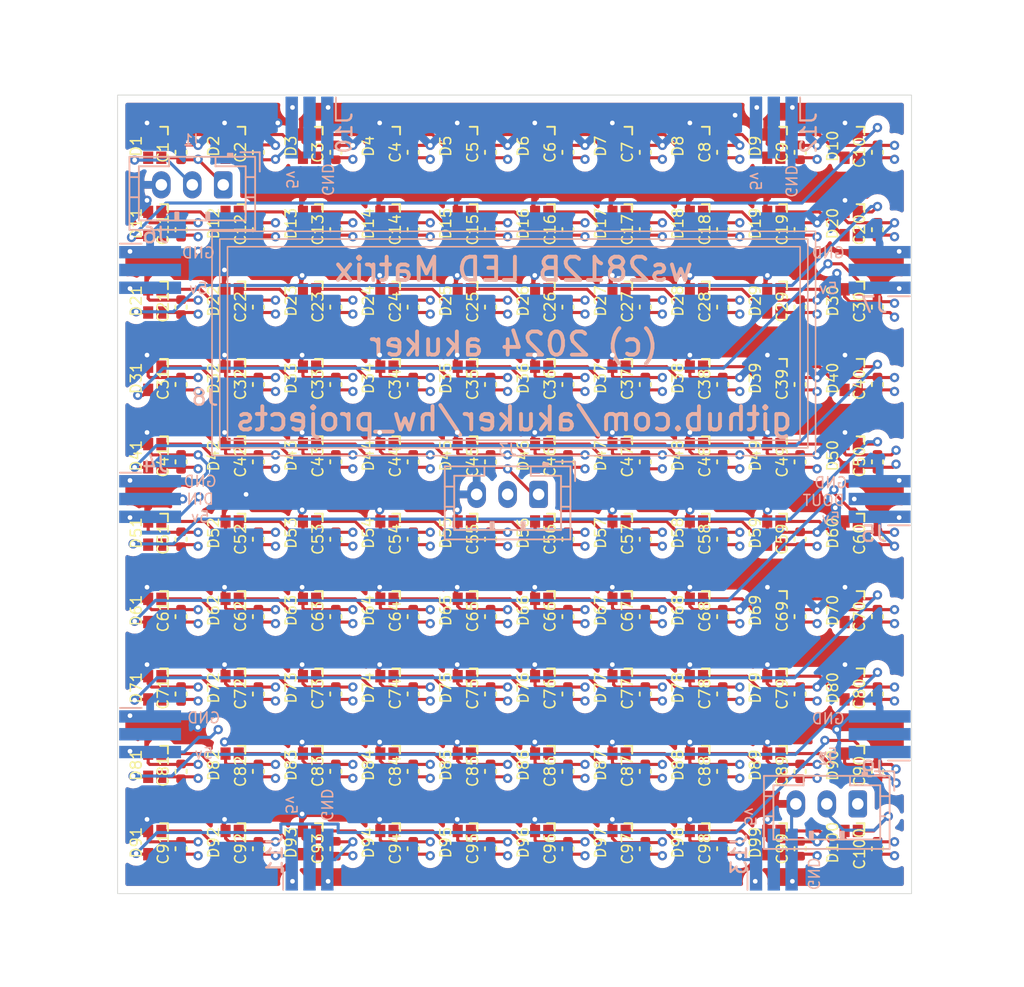
<source format=kicad_pcb>
(kicad_pcb (version 20240108) (generator "pcbnew") (generator_version "8.0")
  (layers (0 "F.Cu" signal) (1 "In1.Cu" signal) (2 "In2.Cu" signal) (31 "B.Cu" signal) (34 "B.Paste" user) (35 "F.Paste" user) (36 "B.SilkS" user "B.Silkscreen") (37 "F.SilkS" user "F.Silkscreen") (38 "B.Mask" user) (39 "F.Mask" user) (44 "Edge.Cuts" user))
  (net 0 "")
  (net 1 "GND")
  (net 2 "+5V")
  (net 3 "/Ten_Leds/One_LED/DOUT")
  (net 4 "DIN")
  (net 5 "/Ten_Leds/One_LED1/DOUT")
  (net 6 "/Ten_Leds/One_LED2/DOUT")
  (net 7 "/Ten_Leds/One_LED3/DOUT")
  (net 8 "/Ten_Leds/One_LED4/DOUT")
  (net 9 "/Ten_Leds/One_LED5/DOUT")
  (net 10 "/Ten_Leds/One_LED6/DOUT")
  (net 11 "/Ten_Leds/One_LED7/DOUT")
  (net 12 "/Ten_Leds/One_LED8/DOUT")
  (net 13 "/Ten_Leds/DOUT")
  (net 14 "/Ten_Leds1/One_LED/DOUT")
  (net 15 "/Ten_Leds1/One_LED1/DOUT")
  (net 16 "/Ten_Leds1/One_LED2/DOUT")
  (net 17 "/Ten_Leds1/One_LED3/DOUT")
  (net 18 "/Ten_Leds1/One_LED4/DOUT")
  (net 19 "/Ten_Leds1/One_LED5/DOUT")
  (net 20 "/Ten_Leds1/One_LED6/DOUT")
  (net 21 "/Ten_Leds1/One_LED7/DOUT")
  (net 22 "/Ten_Leds1/One_LED8/DOUT")
  (net 23 "/Ten_Leds1/DOUT")
  (net 24 "/Ten_Leds2/One_LED/DOUT")
  (net 25 "/Ten_Leds2/One_LED1/DOUT")
  (net 26 "/Ten_Leds2/One_LED2/DOUT")
  (net 27 "/Ten_Leds2/One_LED3/DOUT")
  (net 28 "/Ten_Leds2/One_LED4/DOUT")
  (net 29 "/Ten_Leds2/One_LED5/DOUT")
  (net 30 "/Ten_Leds2/One_LED6/DOUT")
  (net 31 "/Ten_Leds2/One_LED7/DOUT")
  (net 32 "/Ten_Leds2/One_LED8/DOUT")
  (net 33 "/Ten_Leds2/DOUT")
  (net 34 "/Ten_Leds3/One_LED/DOUT")
  (net 35 "/Ten_Leds3/One_LED1/DOUT")
  (net 36 "/Ten_Leds3/One_LED2/DOUT")
  (net 37 "/Ten_Leds3/One_LED3/DOUT")
  (net 38 "/Ten_Leds3/One_LED4/DOUT")
  (net 39 "/Ten_Leds3/One_LED5/DOUT")
  (net 40 "/Ten_Leds3/One_LED6/DOUT")
  (net 41 "/Ten_Leds3/One_LED7/DOUT")
  (net 42 "/Ten_Leds3/One_LED8/DOUT")
  (net 43 "/Ten_Leds3/DOUT")
  (net 44 "/Ten_Leds4/One_LED/DOUT")
  (net 45 "/Ten_Leds4/One_LED1/DOUT")
  (net 46 "/Ten_Leds4/One_LED2/DOUT")
  (net 47 "/Ten_Leds4/One_LED3/DOUT")
  (net 48 "/Ten_Leds4/One_LED4/DOUT")
  (net 49 "/Ten_Leds4/One_LED5/DOUT")
  (net 50 "/Ten_Leds4/One_LED6/DOUT")
  (net 51 "/Ten_Leds4/One_LED7/DOUT")
  (net 52 "/Ten_Leds4/One_LED8/DOUT")
  (net 53 "/Ten_Leds4/DOUT")
  (net 54 "/Ten_Leds5/One_LED/DOUT")
  (net 55 "/Ten_Leds5/One_LED1/DOUT")
  (net 56 "/Ten_Leds5/One_LED2/DOUT")
  (net 57 "/Ten_Leds5/One_LED3/DOUT")
  (net 58 "/Ten_Leds5/One_LED4/DOUT")
  (net 59 "/Ten_Leds5/One_LED5/DOUT")
  (net 60 "/Ten_Leds5/One_LED6/DOUT")
  (net 61 "/Ten_Leds5/One_LED7/DOUT")
  (net 62 "/Ten_Leds5/One_LED8/DOUT")
  (net 63 "/Ten_Leds5/DOUT")
  (net 64 "/Ten_Leds6/One_LED/DOUT")
  (net 65 "/Ten_Leds6/One_LED1/DOUT")
  (net 66 "/Ten_Leds6/One_LED2/DOUT")
  (net 67 "/Ten_Leds6/One_LED3/DOUT")
  (net 68 "/Ten_Leds6/One_LED4/DOUT")
  (net 69 "/Ten_Leds6/One_LED5/DOUT")
  (net 70 "/Ten_Leds6/One_LED6/DOUT")
  (net 71 "/Ten_Leds6/One_LED7/DOUT")
  (net 72 "/Ten_Leds6/One_LED8/DOUT")
  (net 73 "/Ten_Leds6/DOUT")
  (net 74 "/Ten_Leds7/One_LED/DOUT")
  (net 75 "/Ten_Leds7/One_LED1/DOUT")
  (net 76 "/Ten_Leds7/One_LED2/DOUT")
  (net 77 "/Ten_Leds7/One_LED3/DOUT")
  (net 78 "/Ten_Leds7/One_LED4/DOUT")
  (net 79 "/Ten_Leds7/One_LED5/DOUT")
  (net 80 "/Ten_Leds7/One_LED6/DOUT")
  (net 81 "/Ten_Leds7/One_LED7/DOUT")
  (net 82 "/Ten_Leds7/One_LED8/DOUT")
  (net 83 "/Ten_Leds7/DOUT")
  (net 84 "/Ten_Leds8/One_LED/DOUT")
  (net 85 "/Ten_Leds8/One_LED1/DOUT")
  (net 86 "/Ten_Leds8/One_LED2/DOUT")
  (net 87 "/Ten_Leds8/One_LED3/DOUT")
  (net 88 "/Ten_Leds8/One_LED4/DOUT")
  (net 89 "/Ten_Leds8/One_LED5/DOUT")
  (net 90 "/Ten_Leds8/One_LED6/DOUT")
  (net 91 "/Ten_Leds8/One_LED7/DOUT")
  (net 92 "/Ten_Leds8/One_LED8/DOUT")
  (net 93 "/Ten_Leds8/DOUT")
  (net 94 "/Ten_Leds9/One_LED/DOUT")
  (net 95 "/Ten_Leds9/One_LED1/DOUT")
  (net 96 "/Ten_Leds9/One_LED2/DOUT")
  (net 97 "/Ten_Leds9/One_LED3/DOUT")
  (net 98 "/Ten_Leds9/One_LED4/DOUT")
  (net 99 "/Ten_Leds9/One_LED5/DOUT")
  (net 100 "/Ten_Leds9/One_LED6/DOUT")
  (net 101 "/Ten_Leds9/One_LED7/DOUT")
  (net 102 "/Ten_Leds9/One_LED8/DOUT")
  (net 103 "DOUT")
  (footprint "lib_pixel_grid:LED_WS2812B-1615_1.5x1.6mm" (layer "F.Cu") (at 60 45 -90)
    (property "Reference" "D59")
    (property "Value" "WS2812B")
  )
  (footprint "lib_pixel_grid:Pin_D0.6mm_Via" (layer "F.Cu") (at 22.8 20.4)
    (property "Reference" "JP1")
    (property "Value" "SolderJumper_2_Open")
  )
  (footprint "lib_pixel_grid:LED_WS2812B-1615_1.5x1.6mm" (layer "F.Cu") (at 35 35 -90)
    (property "Reference" "D34")
    (property "Value" "WS2812B")
  )
  (footprint "lib_pixel_grid:Pin_D0.6mm_Via" (layer "F.Cu") (at 67.8 25.4)
    (property "Reference" "JP20")
    (property "Value" "SolderJumper_2_Open")
  )
  (footprint "Capacitor_SMD:C_0402_1005Metric" (layer "F.Cu") (at 26.7 35.4 90)
    (property "Reference" "C32")
    (property "Value" "100n")
  )
  (footprint "lib_pixel_grid:LED_WS2812B-1615_1.5x1.6mm" (layer "F.Cu") (at 45 60 -90)
    (property "Reference" "D86")
    (property "Value" "WS2812B")
  )
  (footprint "lib_pixel_grid:Pin_D0.6mm_Via" (layer "F.Cu") (at 27.8 25.4)
    (property "Reference" "JP12")
    (property "Value" "SolderJumper_2_Open")
  )
  (footprint "lib_pixel_grid:LED_WS2812B-1615_1.5x1.6mm" (layer "F.Cu") (at 60 40 -90)
    (property "Reference" "D49")
    (property "Value" "WS2812B")
  )
  (footprint "lib_pixel_grid:LED_WS2812B-1615_1.5x1.6mm" (layer "F.Cu") (at 65 50 -90)
    (property "Reference" "D70")
    (property "Value" "WS2812B")
  )
  (footprint "Capacitor_SMD:C_0402_1005Metric" (layer "F.Cu") (at 61.7 60.4 90)
    (property "Reference" "C89")
    (property "Value" "100n")
  )
  (footprint "Capacitor_SMD:C_0402_1005Metric" (layer "F.Cu") (at 56.7 30.4 90)
    (property "Reference" "C28")
    (property "Value" "100n")
  )
  (footprint "lib_pixel_grid:LED_WS2812B-1615_1.5x1.6mm" (layer "F.Cu") (at 30 65 -90)
    (property "Reference" "D93")
    (property "Value" "WS2812B")
  )
  (footprint "lib_pixel_grid:LED_WS2812B-1615_1.5x1.6mm" (layer "F.Cu") (at 25 55 -90)
    (property "Reference" "D72")
    (property "Value" "WS2812B")
  )
  (footprint "Capacitor_SMD:C_0402_1005Metric" (layer "F.Cu") (at 56.7 40.4 90)
    (property "Reference" "C48")
    (property "Value" "100n")
  )
  (footprint "Capacitor_SMD:C_0402_1005Metric" (layer "F.Cu") (at 31.7 35.4 90)
    (property "Reference" "C33")
    (property "Value" "100n")
  )
  (footprint "lib_pixel_grid:LED_WS2812B-1615_1.5x1.6mm" (layer "F.Cu") (at 25 45 -90)
    (property "Reference" "D52")
    (property "Value" "WS2812B")
  )
  (footprint "Capacitor_SMD:C_0402_1005Metric" (layer "F.Cu") (at 46.7 25.4 90)
    (property "Reference" "C16")
    (property "Value" "100n")
  )
  (footprint "Capacitor_SMD:C_0402_1005Metric" (layer "F.Cu") (at 31.7 60.4 90)
    (property "Reference" "C83")
    (property "Value" "100n")
  )
  (footprint "lib_pixel_grid:LED_WS2812B-1615_1.5x1.6mm" (layer "F.Cu") (at 20 45 -90)
    (property "Reference" "D51")
    (property "Value" "WS2812B")
  )
  (footprint "lib_pixel_grid:LED_WS2812B-1615_1.5x1.6mm" (layer "F.Cu") (at 20 40 -90)
    (property "Reference" "D41")
    (property "Value" "WS2812B")
  )
  (footprint "lib_pixel_grid:LED_WS2812B-1615_1.5x1.6mm" (layer "F.Cu") (at 60 35 -90)
    (property "Reference" "D39")
    (property "Value" "WS2812B")
  )
  (footprint "lib_pixel_grid:LED_WS2812B-1615_1.5x1.6mm" (layer "F.Cu") (at 20 25 -90)
    (property "Reference" "D11")
    (property "Value" "WS2812B")
  )
  (footprint "lib_pixel_grid:Pin_D0.6mm_Via" (layer "F.Cu") (at 42.8 30.4)
    (property "Reference" "JP25")
    (property "Value" "SolderJumper_2_Open")
  )
  (footprint "Capacitor_SMD:C_0402_1005Metric" (layer "F.Cu") (at 61.7 40.4 90)
    (property "Reference" "C49")
    (property "Value" "100n")
  )
  (footprint "lib_pixel_grid:Pin_D0.6mm_Via" (layer "F.Cu") (at 32.8 50.4)
    (property "Reference" "JP63")
    (property "Value" "SolderJumper_2_Open")
  )
  (footprint "lib_pixel_grid:Pin_D0.6mm_Via" (layer "F.Cu") (at 32.8 25.4)
    (property "Reference" "JP13")
    (property "Value" "SolderJumper_2_Open")
  )
  (footprint "lib_pixel_grid:Pin_D0.6mm_Via" (layer "F.Cu") (at 47.8 30.4)
    (property "Reference" "JP26")
    (property "Value" "SolderJumper_2_Open")
  )
  (footprint "Capacitor_SMD:C_0402_1005Metric" (layer "F.Cu") (at 31.7 55.4 90)
    (property "Reference" "C73")
    (property "Value" "100n")
  )
  (footprint "Capacitor_SMD:C_0402_1005Metric" (layer "F.Cu") (at 41.7 65.4 90)
    (property "Reference" "C95")
    (property "Value" "100n")
  )
  (footprint "lib_pixel_grid:Pin_D0.6mm_Via" (layer "F.Cu") (at 57.8 30.4)
    (property "Reference" "JP28")
    (property "Value" "SolderJumper_2_Open")
  )
  (footprint "Capacitor_SMD:C_0402_1005Metric" (layer "F.Cu") (at 41.7 50.4 90)
    (property "Reference" "C65")
    (property "Value" "100n")
  )
  (footprint "Capacitor_SMD:C_0402_1005Metric" (layer "F.Cu") (at 36.7 25.4 90)
    (property "Reference" "C14")
    (property "Value" "100n")
  )
  (footprint "Capacitor_SMD:C_0402_1005Metric" (layer "F.Cu") (at 26.7 55.4 90)
    (property "Reference" "C72")
    (property "Value" "100n")
  )
  (footprint "lib_pixel_grid:LED_WS2812B-1615_1.5x1.6mm" (layer "F.Cu") (at 20 30 -90)
    (property "Reference" "D21")
    (property "Value" "WS2812B")
  )
  (footprint "lib_pixel_grid:Pin_D0.6mm_Via" (layer "F.Cu") (at 37.8 20.4)
    (property "Reference" "JP4")
    (property "Value" "SolderJumper_2_Open")
  )
  (footprint "Capacitor_SMD:C_0402_1005Metric" (layer "F.Cu") (at 21.7 35.4 90)
    (property "Reference" "C31")
    (property "Value" "100n")
  )
  (footprint "lib_pixel_grid:Pin_D0.6mm_Via" (layer "F.Cu") (at 27.8 65.4)
    (property "Reference" "JP92")
    (property "Value" "SolderJumper_2_Open")
  )
  (footprint "lib_pixel_grid:Pin_D0.6mm_Via" (layer "F.Cu") (at 62.8 45.4)
    (property "Reference" "JP59")
    (property "Value" "SolderJumper_2_Open")
  )
  (footprint "lib_pixel_grid:Pin_D0.6mm_Via" (layer "F.Cu") (at 67.9 40.1)
    (property "Reference" "JP50")
    (property "Value" "SolderJumper_2_Open")
  )
  (footprint "Capacitor_SMD:C_0402_1005Metric" (layer "F.Cu") (at 46.7 50.4 90)
    (property "Reference" "C66")
    (property "Value" "100n")
  )
  (footprint "lib_pixel_grid:Pin_D0.6mm_Via" (layer "F.Cu") (at 57.8 60.4)
    (property "Reference" "JP88")
    (property "Value" "SolderJumper_2_Open")
  )
  (footprint "lib_pixel_grid:Pin_D0.6mm_Via" (layer "F.Cu") (at 27.8 50.4)
    (property "Reference" "JP62")
    (property "Value" "SolderJumper_2_Open")
  )
  (footprint "Capacitor_SMD:C_0402_1005Metric" (layer "F.Cu") (at 51.7 20.4 90)
    (property "Reference" "C7")
    (property "Value" "100n")
  )
  (footprint "Capacitor_SMD:C_0402_1005Metric" (layer "F.Cu") (at 61.7 65.4 90)
    (property "Reference" "C99")
    (property "Value" "100n")
  )
  (footprint "lib_pixel_grid:LED_WS2812B-1615_1.5x1.6mm" (layer "F.Cu") (at 20 35 -90)
    (property "Reference" "D31")
    (property "Value" "WS2812B")
  )
  (footprint "lib_pixel_grid:Pin_D0.6mm_Via" (layer "F.Cu") (at 47.8 45.4)
    (property "Reference" "JP56")
    (property "Value" "SolderJumper_2_Open")
  )
  (footprint "Capacitor_SMD:C_0402_1005Metric" (layer "F.Cu") (at 36.7 65.4 90)
    (property "Reference" "C94")
    (property "Value" "100n")
  )
  (footprint "lib_pixel_grid:LED_WS2812B-1615_1.5x1.6mm" (layer "F.Cu") (at 50 20 -90)
    (property "Reference" "D7")
    (property "Value" "WS2812B")
  )
  (footprint "lib_pixel_grid:Pin_D0.6mm_Via" (layer "F.Cu") (at 67.8 30.6)
    (property "Reference" "JP30")
    (property "Value" "SolderJumper_2_Open")
  )
  (footprint "Capacitor_SMD:C_0402_1005Metric" (layer "F.Cu") (at 61.7 20.4 90)
    (property "Reference" "C9")
    (property "Value" "100n")
  )
  (footprint "Capacitor_SMD:C_0402_1005Metric" (layer "F.Cu") (at 51.7 65.4 90)
    (property "Reference" "C97")
    (property "Value" "100n")
  )
  (footprint "lib_pixel_grid:LED_WS2812B-1615_1.5x1.6mm" (layer "F.Cu") (at 55 50 -90)
    (property "Reference" "D68")
    (property "Value" "WS2812B")
  )
  (footprint "Capacitor_SMD:C_0402_1005Metric" (layer "F.Cu") (at 41.7 20.4 90)
    (property "Reference" "C5")
    (property "Value" "100n")
  )
  (footprint "Capacitor_SMD:C_0402_1005Metric" (layer "F.Cu") (at 56.7 35.4 90)
    (property "Reference" "C38")
    (property "Value" "100n")
  )
  (footprint "Capacitor_SMD:C_0402_1005Metric" (layer "F.Cu") (at 66.7 65.4 90)
    (property "Reference" "C100")
    (property "Value" "100n")
  )
  (footprint "lib_pixel_grid:LED_WS2812B-1615_1.5x1.6mm" (layer "F.Cu") (at 55 55 -90)
    (property "Reference" "D78")
    (property "Value" "WS2812B")
  )
  (footprint "lib_pixel_grid:Pin_D0.6mm_Via" (layer "F.Cu") (at 67.8 65.4)
    (property "Reference" "JP100")
    (property "Value" "SolderJumper_2_Open")
  )
  (footprint "lib_pixel_grid:Pin_D0.6mm_Via" (layer "F.Cu") (at 37.8 45.4)
    (property "Reference" "JP54")
    (property "Value" "SolderJumper_2_Open")
  )
  (footprint "Capacitor_SMD:C_0402_1005Metric" (layer "F.Cu") (at 56.7 65.4 90)
    (property "Reference" "C98")
    (property "Value" "100n")
  )
  (footprint "lib_pixel_grid:LED_WS2812B-1615_1.5x1.6mm" (layer "F.Cu") (at 30 30 -90)
    (property "Reference" "D23")
    (property "Value" "WS2812B")
  )
  (footprint "lib_pixel_grid:LED_WS2812B-1615_1.5x1.6mm" (layer "F.Cu") (at 20 55 -90)
    (property "Reference" "D71")
    (property "Value" "WS2812B")
  )
  (footprint "lib_pixel_grid:Pin_D0.6mm_Via" (layer "F.Cu") (at 37.8 50.4)
    (property "Reference" "JP64")
    (property "Value" "SolderJumper_2_Open")
  )
  (footprint "lib_pixel_grid:LED_WS2812B-1615_1.5x1.6mm" (layer "F.Cu") (at 55 65 -90)
    (property "Reference" "D98")
    (property "Value" "WS2812B")
  )
  (footprint "Capacitor_SMD:C_0402_1005Metric" (layer "F.Cu") (at 56.7 20.4 90)
    (property "Reference" "C8")
    (property "Value" "100n")
  )
  (footprint "lib_pixel_grid:Pin_D0.6mm_Via" (layer "F.Cu") (at 27.8 45.4)
    (property "Reference" "JP52")
    (property "Value" "SolderJumper_2_Open")
  )
  (footprint "lib_pixel_grid:Pin_D0.6mm_Via" (layer "F.Cu") (at 52.8 55.4)
    (property "Reference" "JP77")
    (property "Value" "SolderJumper_2_Open")
  )
  (footprint "lib_pixel_grid:Pin_D0.6mm_Via" (layer "F.Cu") (at 57.8 65.4)
    (property "Reference" "JP98")
    (property "Value" "SolderJumper_2_Open")
  )
  (footprint "lib_pixel_grid:LED_WS2812B-1615_1.5x1.6mm" (layer "F.Cu") (at 35 65 -90)
    (property "Reference" "D94")
    (property "Value" "WS2812B")
  )
  (footprint "Capacitor_SMD:C_0402_1005Metric" (layer "F.Cu") (at 31.7 30.4 90)
    (property "Reference" "C23")
    (property "Value" "100n")
  )
  (footprint "lib_pixel_grid:Pin_D0.6mm_Via" (layer "F.Cu") (at 27.8 30.4)
    (property "Reference" "JP22")
    (property "Value" "SolderJumper_2_Open")
  )
  (footprint "lib_pixel_grid:LED_WS2812B-1615_1.5x1.6mm" (layer "F.Cu") (at 30 25 -90)
    (property "Reference" "D13")
    (property "Value" "WS2812B")
  )
  (footprint "lib_pixel_grid:LED_WS2812B-1615_1.5x1.6mm" (layer "F.Cu") (at 35 40 -90)
    (property "Reference" "D44")
    (property "Value" "WS2812B")
  )
  (footprint "Capacitor_SMD:C_0402_1005Metric" (layer "F.Cu") (at 66.7 50.4 90)
    (property "Reference" "C70")
    (property "Value" "100n")
  )
  (footprint "lib_pixel_grid:Pin_D0.6mm_Via" (layer "F.Cu") (at 32.8 60.4)
    (property "Reference" "JP83")
    (property "Value" "SolderJumper_2_Open")
  )
  (footprint "lib_pixel_grid:LED_WS2812B-1615_1.5x1.6mm" (layer "F.Cu") (at 25 40 -90)
    (property "Reference" "D42")
    (property "Value" "WS2812B")
  )
  (footprint "lib_pixel_grid:LED_WS2812B-1615_1.5x1.6mm" (layer "F.Cu") (at 40 60 -90)
    (property "Reference" "D85")
    (property "Value" "WS2812B")
  )
  (footprint "lib_pixel_grid:LED_WS2812B-1615_1.5x1.6mm" (layer "F.Cu") (at 35 25 -90)
    (property "Reference" "D14")
    (property "Value" "WS2812B")
  )
  (footprint "lib_pixel_grid:LED_WS2812B-1615_1.5x1.6mm" (layer "F.Cu") (at 30 55 -90)
    (property "Reference" "D73")
    (property "Value" "WS2812B")
  )
  (footprint "lib_pixel_grid:Pin_D0.6mm_Via" (layer "F.Cu") (at 62.8 25.4)
    (property "Reference" "JP19")
    (property "Value" "SolderJumper_2_Open")
  )
  (footprint "lib_pixel_grid:LED_WS2812B-1615_1.5x1.6mm" (layer "F.Cu") (at 50 55 -90)
    (property "Reference" "D77")
    (property "Value" "WS2812B")
  )
  (footprint "Capacitor_SMD:C_0402_1005Metric" (layer "F.Cu") (at 31.7 20.4 90)
    (property "Reference" "C3")
    (property "Value" "100n")
  )
  (footprint "Capacitor_SMD:C_0402_1005Metric" (layer "F.Cu") (at 21.7 40.4 90)
    (property "Reference" "C41")
    (property "Value" "100n")
  )
  (footprint "lib_pixel_grid:LED_WS2812B-1615_1.5x1.6mm" (layer "F.Cu") (at 40 25 -90)
    (property "Reference" "D15")
    (property "Value" "WS2812B")
  )
  (footprint "Capacitor_SMD:C_0402_1005Metric" (layer "F.Cu") (at 56.7 50.4 90)
    (property "Reference" "C68")
    (property "Value" "100n")
  )
  (footprint "lib_pixel_grid:Pin_D0.6mm_Via" (layer "F.Cu") (at 52.8 20.4)
    (property "Reference" "JP7")
    (property "Value" "SolderJumper_2_Open")
  )
  (footprint "Capacitor_SMD:C_0402_1005Metric" (layer "F.Cu") (at 26.7 30.4 90)
    (property "Reference" "C22")
    (property "Value" "100n")
  )
  (footprint "lib_pixel_grid:Pin_D0.6mm_Via" (layer "F.Cu") (at 47.8 40.4)
    (property "Reference" "JP46")
    (property "Value" "SolderJumper_2_Open")
  )
  (footprint "Capacitor_SMD:C_0402_1005Metric" (layer "F.Cu") (at 61.7 45.4 90)
    (property "Reference" "C59")
    (property "Value" "100n")
  )
  (footprint "Capacitor_SMD:C_0402_1005Metric" (layer "F.Cu") (at 66.7 35.4 90)
    (property "Reference" "C40")
    (property "Value" "100n")
  )
  (footprint "lib_pixel_grid:Pin_D0.6mm_Via" (layer "F.Cu") (at 32.8 55.4)
    (property "Reference" "JP73")
    (property "Value" "SolderJumper_2_Open")
  )
  (footprint "lib_pixel_grid:LED_WS2812B-1615_1.5x1.6mm" (layer "F.Cu") (at 25 30 -90)
    (property "Reference" "D22")
    (property "Value" "WS2812B")
  )
  (footprint "Capacitor_SMD:C_0402_1005Metric" (layer "F.Cu") (at 26.7 60.4 90)
    (property "Reference" "C82")
    (property "Value" "100n")
  )
  (footprint "lib_pixel_grid:LED_WS2812B-1615_1.5x1.6mm" (layer "F.Cu") (at 35 20 -90)
    (property "Reference" "D4")
    (property "Value" "WS2812B")
  )
  (footprint "lib_pixel_grid:Pin_D0.6mm_Via" (layer "F.Cu") (at 52.8 35.4)
    (property "Reference" "JP37")
    (property "Value" "SolderJumper_2_Open")
  )
  (footprint "Capacitor_SMD:C_0402_1005Metric" (layer "F.Cu") (at 21.7 50.4 90)
    (property "Reference" "C61")
    (property "Value" "100n")
  )
  (footprint "Capacitor_SMD:C_0402_1005Metric" (layer "F.Cu") (at 26.7 40.4 90)
    (property "Reference" "C42")
    (property "Value" "100n")
  )
  (footprint "lib_pixel_grid:LED_WS2812B-1615_1.5x1.6mm" (layer "F.Cu") (at 50 40 -90)
    (property "Reference" "D47")
    (property "Value" "WS2812B")
  )
  (footprint "lib_pixel_grid:Pin_D0.6mm_Via" (layer "F.Cu") (at 47.8 35.4)
    (property "Reference" "JP36")
    (property "Value" "SolderJumper_2_Open")
  )
  (footprint "Capacitor_SMD:C_0402_1005Metric" (layer "F.Cu") (at 46.7 45.4 90)
    (property "Reference" "C56")
    (property "Value" "100n")
  )
  (footprint "lib_pixel_grid:LED_WS2812B-1615_1.5x1.6mm" (layer "F.Cu") (at 50 25 -90)
    (property "Reference" "D17")
    (property "Value" "WS2812B")
  )
  (footprint "lib_pixel_grid:Pin_D0.6mm_Via" (layer "F.Cu") (at 37.8 30.4)
    (property "Reference" "JP24")
    (property "Value" "SolderJumper_2_Open")
  )
  (footprint "lib_pixel_grid:Pin_D0.6mm_Via" (layer "F.Cu") (at 57.8 45.4)
    (property "Reference" "JP58")
    (property "Value" "SolderJumper_2_Open")
  )
  (footprint "Capacitor_SMD:C_0402_1005Metric" (layer "F.Cu") (at 26.7 20.4 90)
    (property "Reference" "C2")
    (property "Value" "100n")
  )
  (footprint "lib_pixel_grid:LED_WS2812B-1615_1.5x1.6mm" (layer "F.Cu") (at 65 65 -90)
    (property "Reference" "D100")
    (property "Value" "WS2812B")
  )
  (footprint "Capacitor_SMD:C_0402_1005Metric" (layer "F.Cu") (at 41.7 40.4 90)
    (property "Reference" "C45")
    (property "Value" "100n")
  )
  (footprint "lib_pixel_grid:Pin_D0.6mm_Via" (layer "F.Cu") (at 42.8 20.4)
    (property "Reference" "JP5")
    (property "Value" "SolderJumper_2_Open")
  )
  (footprint "lib_pixel_grid:LED_WS2812B-1615_1.5x1.6mm" (layer "F.Cu") (at 45 25 -90)
    (property "Reference" "D16")
    (property "Value" "WS2812B")
  )
  (footprint "lib_pixel_grid:Pin_D0.6mm_Via" (layer "F.Cu") (at 32.8 35.4)
    (property "Reference" "JP33")
    (property "Value" "SolderJumper_2_Open")
  )
  (footprint "lib_pixel_grid:Pin_D0.6mm_Via" (layer "F.Cu") (at 42.8 50.4)
    (property "Reference" "JP65")
    (property "Value" "SolderJumper_2_Open")
  )
  (footprint "lib_pixel_grid:LED_WS2812B-1615_1.5x1.6mm" (layer "F.Cu") (at 20 50 -90)
    (property "Reference" "D61")
    (property "Value" "WS2812B")
  )
  (footprint "Capacitor_SMD:C_0402_1005Metric" (layer "F.Cu") (at 51.7 25.4 90)
    (property "Reference" "C17")
    (property "Value" "100n")
  )
  (footprint "lib_pixel_grid:Pin_D0.6mm_Via" (layer "F.Cu") (at 57.8 50.4)
    (property "Reference" "JP68")
    (property "Value" "SolderJumper_2_Open")
  )
  (footprint "lib_pixel_grid:Pin_D0.6mm_Via" (layer "F.Cu") (at 52.8 30.4)
    (property "Reference" "JP27")
    (property "Value" "SolderJumper_2_Open")
  )
  (footprint "lib_pixel_grid:Pin_D0.6mm_Via" (layer "F.Cu") (at 62.8 30.4)
    (property "Reference" "JP29")
    (property "Value" "SolderJumper_2_Open")
  )
  (footprint "Capacitor_SMD:C_0402_1005Metric" (layer "F.Cu") (at 61.7 25.4 90)
    (property "Reference" "C19")
    (property "Value" "100n")
  )
  (footprint "lib_pixel_grid:LED_WS2812B-1615_1.5x1.6mm" (layer "F.Cu") (at 50 30 -90)
    (property "Reference" "D27")
    (property "Value" "WS2812B")
  )
  (footprint "lib_pixel_grid:Pin_D0.6mm_Via" (layer "F.Cu") (at 22.8 55.4)
    (property "Reference" "JP71")
    (property "Value" "SolderJumper_2_Open")
  )
  (footprint "lib_pixel_grid:LED_WS2812B-1615_1.5x1.6mm" (layer "F.Cu") (at 55 35 -90)
    (property "Reference" "D38")
    (property "Value" "WS2812B")
  )
  (footprint "lib_pixel_grid:LED_WS2812B-1615_1.5x1.6mm" (layer "F.Cu") (at 25 60 -90)
    (property "Reference" "D82")
    (property "Value" "WS2812B")
  )
  (footprint "lib_pixel_grid:Pin_D0.6mm_Via" (layer "F.Cu") (at 67.8 20.4)
    (property "Reference" "JP10")
    (property "Value" "SolderJumper_2_Open")
  )
  (footprint "Capacitor_SMD:C_0402_1005Metric" (layer "F.Cu") (at 21.7 55.4 90)
    (property "Reference" "C71")
    (property "Value" "100n")
  )
  (footprint "lib_pixel_grid:LED_WS2812B-1615_1.5x1.6mm" (layer "F.Cu") (at 55 60 -90)
    (property "Reference" "D88")
    (property "Value" "WS2812B")
  )
  (footprint "Capacitor_SMD:C_0402_1005Metric" (layer "F.Cu") (at 36.7 50.4 90)
    (property "Reference" "C64")
    (property "Value" "100n")
  )
  (footprint "Capacitor_SMD:C_0402_1005Metric" (layer "F.Cu") (at 46.7 35.4 90)
    (property "Reference" "C36")
    (property "Value" "100n")
  )
  (footprint "lib_pixel_grid:Pin_D0.6mm_Via" (layer "F.Cu") (at 52.8 50.4)
    (property "Reference" "JP67")
    (property "Value" "SolderJumper_2_Open")
  )
  (footprint "Capacitor_SMD:C_0402_1005Metric" (layer "F.Cu") (at 56.7 60.4 90)
    (property "Reference" "C88")
    (property "Value" "100n")
  )
  (footprint "lib_pixel_grid:LED_WS2812B-1615_1.5x1.6mm" (layer "F.Cu") (at 55 45 -90)
    (property "Reference" "D58")
    (property "Value" "WS2812B")
  )
  (footprint "lib_pixel_grid:LED_WS2812B-1615_1.5x1.6mm" (layer "F.Cu") (at 45 50 -90)
    (property "Reference" "D66")
    (property "Value" "WS2812B")
  )
  (footprint "lib_pixel_grid:Pin_D0.6mm_Via" (layer "F.Cu") (at 57.8 20.4)
    (property "Reference" "JP8")
    (property "Value" "SolderJumper_2_Open")
  )
  (footprint "lib_pixel_grid:LED_WS2812B-1615_1.5x1.6mm" (layer "F.Cu") (at 45 65 -90)
    (property "Reference" "D96")
    (property "Value" "WS2812B")
  )
  (footprint "Capacitor_SMD:C_0402_1005Metric" (layer "F.Cu") (at 46.7 40.4 90)
    (property "Reference" "C46")
    (property "Value" "100n")
  )
  (footprint "lib_pixel_grid:Pin_D0.6mm_Via" (layer "F.Cu") (at 47.8 50.4)
    (property "Reference" "JP66")
    (property "Value" "SolderJumper_2_Open")
  )
  (footprint "Capacitor_SMD:C_0402_1005Metric" (layer "F.Cu") (at 61.7 30.4 90)
    (property "Reference" "C29")
    (property "Value" "100n")
  )
  (footprint "lib_pixel_grid:LED_WS2812B-1615_1.5x1.6mm" (layer "F.Cu") (at 25 20 -90)
    (property "Reference" "D2")
    (property "Value" "WS2812B")
  )
  (footprint "lib_pixel_grid:Pin_D0.6mm_Via" (layer "F.Cu") (at 57.8 55.4)
    (property "Reference" "JP78")
    (property "Value" "SolderJumper_2_Open")
  )
  (footprint "lib_pixel_grid:Pin_D0.6mm_Via" (layer "F.Cu") (at 22.8 50.4)
    (property "Reference" "JP61")
    (property "Value" "SolderJumper_2_Open")
  )
  (footprint "lib_pixel_grid:LED_WS2812B-1615_1.5x1.6mm" (layer "F.Cu") (at 40 65 -90)
    (property "Reference" "D95")
    (property "Value" "WS2812B")
  )
  (footprint "lib_pixel_grid:LED_WS2812B-1615_1.5x1.6mm" (layer "F.Cu") (at 40 35 -90)
    (property "Reference" "D35")
    (property "Value" "WS2812B")
  )
  (footprint "lib_pixel_grid:LED_WS2812B-1615_1.5x1.6mm" (layer "F.Cu") (at 50 50 -90)
    (property "Reference" "D67")
    (property "Value" "WS2812B")
  )
  (footprint "lib_pixel_grid:Pin_D0.6mm_Via" (layer "F.Cu") (at 27.8 60.4)
    (property "Reference" "JP82")
    (property "Value" "SolderJumper_2_Open")
  )
  (footprint "lib_pixel_grid:LED_WS2812B-1615_1.5x1.6mm" (layer "F.Cu") (at 45 35 -90)
    (property "Reference" "D36")
    (property "Value" "WS2812B")
  )
  (footprint "Capacitor_SMD:C_0402_1005Metric" (layer "F.Cu") (at 36.7 35.4 90)
    (property "Reference" "C34")
    (property "Value" "100n")
  )
  (footprint "lib_pixel_grid:Pin_D0.6mm_Via" (layer "F.Cu") (at 32.8 65.4)
    (property "Reference" "JP93")
    (property "Value" "SolderJumper_2_Open")
  )
  (footprint "Capacitor_SMD:C_0402_1005Metric" (layer "F.Cu") (at 51.7 40.4 90)
    (property "Reference" "C47")
    (property "Value" "100n")
  )
  (footprint "lib_pixel_grid:Pin_D0.6mm_Via" (layer "F.Cu") (at 37.8 35.4)
    (property "Reference" "JP34")
    (property "Value" "SolderJumper_2_Open")
  )
  (footprint "Capacitor_SMD:C_0402_1005Metric" (layer "F.Cu") (at 61.7 55.4 90)
    (property "Reference" "C79")
    (property "Value" "100n")
  )
  (footprint "Capacitor_SMD:C_0402_1005Metric" (layer "F.Cu") (at 66.7 25.4 90)
    (property "Reference" "C20")
    (property "Value" "100n")
  )
  (footprint "lib_pixel_grid:LED_WS2812B-1615_1.5x1.6mm" (layer "F.Cu") (at 25 50 -90)
    (property "Reference" "D62")
    (property "Value" "WS2812B")
  )
  (footprint "lib_pixel_grid:Pin_D0.6mm_Via" (layer "F.Cu") (at 37.8 55.4)
    (property "Reference" "JP74")
    (property "Value" "SolderJumper_2_Open")
  )
  (footprint "lib_pixel_grid:Pin_D0.6mm_Via" (layer "F.Cu") (at 52.8 40.4)
    (property "Reference" "JP47")
    (property "Value" "SolderJumper_2_Open")
  )
  (footprint "lib_pixel_grid:Pin_D0.6mm_Via" (layer "F.Cu") (at 62.8 50.4)
    (property "Reference" "JP69")
    (property "Value" "SolderJumper_2_Open")
  )
  (footprint "lib_pixel_grid:LED_WS2812B-1615_1.5x1.6mm" (layer "F.Cu") (at 50 65 -90)
    (property "Reference" "D97")
    (property "Value" "WS2812B")
  )
  (footprint "lib_pixel_grid:LED_WS2812B-1615_1.5x1.6mm" (layer "F.Cu") (at 65 25 -90)
    (property "Reference" "D20")
    (property "Value" "WS2812B")
  )
  (footprint "Capacitor_SMD:C_0402_1005Metric" (layer "F.Cu") (at 66.7 45.4 90)
    (property "Reference" "C60")
    (property "Value" "100n")
  )
  (footprint "lib_pixel_grid:Pin_D0.6mm_Via" (layer "F.Cu") (at 32.8 45.4)
    (property "Reference" "JP53")
    (property "Value" "SolderJumper_2_Open")
  )
  (footprint "lib_pixel_grid:LED_WS2812B-1615_1.5x1.6mm" (layer "F.Cu") (at 55 30 -90)
    (property "Reference" "D28")
    (property "Value" "WS2812B")
  )
  (footprint "Capacitor_SMD:C_0402_1005Metric" (layer "F.Cu") (at 51.7 45.4 90)
    (property "Reference" "C57")
    (property "Value" "100n")
  )
  (footprint "Capacitor_SMD:C_0402_1005Metric" (layer "F.Cu") (at 46.7 20.4 90)
    (property "Reference" "C6")
    (property "Value" "100n")
  )
  (footprint "lib_pixel_grid:LED_WS2812B-1615_1.5x1.6mm" (layer "F.Cu") (at 30 35 -90)
    (property "Reference" "D33")
    (property "Value" "WS2812B")
  )
  (footprint "lib_pixel_grid:Pin_D0.6mm_Via" (layer "F.Cu") (at 52.8 60.4)
    (property "Reference" "JP87")
    (property "Value" "SolderJumper_2_Open")
  )
  (footprint "lib_pixel_grid:LED_WS2812B-1615_1.5x1.6mm" (layer "F.Cu") (at 25 35 -90)
    (property "Reference" "D32")
    (property "Value" "WS2812B")
  )
  (footprint "Capacitor_SMD:C_0402_1005Metric" (layer "F.Cu") (at 46.7 65.4 90)
    (property "Reference" "C96")
    (property "Value" "100n")
  )
  (footprint "lib_pixel_grid:Pin_D0.6mm_Via" (layer "F.Cu") (at 62.8 55.4)
    (property "Reference" "JP79")
    (property "Value" "SolderJumper_2_Open")
  )
  (footprint "lib_pixel_grid:Pin_D0.6mm_Via" (layer "F.Cu") (at 62.8 35.4)
    (property "Reference" "JP39")
    (property "Value" "SolderJumper_2_Open")
  )
  (footprint "Capacitor_SMD:C_0402_1005Metric" (layer "F.Cu") (at 41.7 30.4 90)
    (property "Reference" "C25")
    (property "Value" "100n")
  )
  (footprint "lib_pixel_grid:LED_WS2812B-1615_1.5x1.6mm" (layer "F.Cu") (at 40 40 -90)
    (property "Reference" "D45")
    (property "Value" "WS2812B")
  )
  (footprint "Capacitor_SMD:C_0402_1005Metric" (layer "F.Cu") (at 61.7 35.4 90)
    (property "Reference" "C39")
    (property "Value" "100n")
  )
  (footprint "lib_pixel_grid:Pin_D0.6mm_Via" (layer "F.Cu") (at 62.8 60.4)
    (property "Reference" "JP89")
    (property "Value" "SolderJumper_2_Open")
  )
  (footprint "lib_pixel_grid:Pin_D0.6mm_Via" (layer "F.Cu") (at 27.8 35.4)
    (property "Reference" "JP32")
    (property "Value" "SolderJumper_2_Open")
  )
  (footprint "lib_pixel_grid:Pin_D0.6mm_Via" (layer "F.Cu") (at 37.8 65.4)
    (property "Reference" "JP94")
    (property "Value" "SolderJumper_2_Open")
  )
  (footprint "lib_pixel_grid:Pin_D0.6mm_Via" (layer "F.Cu") (at 67.8 50.4)
    (property "Reference" "JP70")
    (property "Value" "SolderJumper_2_Open")
  )
  (footprint "Capacitor_SMD:C_0402_1005Metric" (layer "F.Cu") (at 26.7 50.4 90)
    (property "Reference" "C62")
    (property "Value" "100n")
  )
  (footprint "lib_pixel_grid:Pin_D0.6mm_Via" (layer "F.Cu") (at 42.8 40.4)
    (property "Reference" "JP45")
    (property "Value" "SolderJumper_2_Open")
  )
  (footprint "Capacitor_SMD:C_0402_1005Metric" (layer "F.Cu") (at 56.7 25.4 90)
    (property "Reference" "C18")
    (property "Value" "100n")
  )
  (footprint "lib_pixel_grid:LED_WS2812B-1615_1.5x1.6mm" (layer "F.Cu") (at 25 25 -90)
    (property "Reference" "D12")
    (property "Value" "WS2812B")
  )
  (footprint "Capacitor_SMD:C_0402_1005Metric" (layer "F.Cu") (at 66.7 20.4 90)
    (property "Reference" "C10")
    (property "Value" "100n")
  )
  (footprint "lib_pixel_grid:LED_WS2812B-1615_1.5x1.6mm" (layer "F.Cu") (at 60 55 -90)
    (property "Reference" "D79")
    (property "Value" "WS2812B")
  )
  (footprint "lib_pixel_grid:Pin_D0.6mm_Via" (layer "F.Cu") (at 57.8 35.4)
    (property "Reference" "JP38")
    (property "Value" "SolderJumper_2_Open")
  )
  (footprint "lib_pixel_grid:Pin_D0.6mm_Via" (layer "F.Cu") (at 47.8 25.4)
    (property "Reference" "JP16")
    (property "Value" "SolderJumper_2_Open")
  )
  (footprint "lib_pixel_grid:Pin_D0.6mm_Via" (layer "F.Cu") (at 52.8 65.4)
    (property "Reference" "JP97")
    (property "Value" "SolderJumper_2_Open")
  )
  (footprint "lib_pixel_grid:LED_WS2812B-1615_1.5x1.6mm" (layer "F.Cu") (at 60 65 -90)
    (property "Reference" "D99")
    (property "Value" "WS2812B")
  )
  (footprint "Capacitor_SMD:C_0402_1005Metric" (layer "F.Cu") (at 51.7 50.4 90)
    (property "Reference" "C67")
    (property "Value" "100n")
  )
  (footprint "lib_pixel_grid:Pin_D0.6mm_Via" (layer "F.Cu") (at 42.8 65.4)
    (property "Reference" "JP95")
    (property "Value" "SolderJumper_2_Open")
  )
  (footprint "lib_pixel_grid:Pin_D0.6mm_Via" (layer "F.Cu") (at 42.8 45.4)
    (property "Reference" "JP55")
    (property "Value" "SolderJumper_2_Open")
  )
  (footprint "lib_pixel_grid:LED_WS2812B-1615_1.5x1.6mm" (layer "F.Cu") (at 35 55 -90)
    (property "Reference" "D74")
    (property "Value" "WS2812B")
  )
  (footprint "lib_pixel_grid:Pin_D0.6mm_Via" (layer "F.Cu") (at 47.8 55.4)
    (property "Reference" "JP76")
    (property "Value" "SolderJumper_2_Open")
  )
  (footprint "Capacitor_SMD:C_0402_1005Metric" (layer "F.Cu") (at 36.7 40.4 90)
    (property "Reference" "C44")
    (property "Value" "100n")
  )
  (footprint "lib_pixel_grid:Pin_D0.6mm_Via" (layer "F.Cu") (at 22.8 30.4)
    (property "Reference" "JP21")
    (property "Value" "SolderJumper_2_Open")
  )
  (footprint "lib_pixel_grid:LED_WS2812B-1615_1.5x1.6mm" (layer "F.Cu") (at 65 55 -90)
    (property "Reference" "D80")
    (property "Value" "WS2812B")
  )
  (footprint "lib_pixel_grid:LED_WS2812B-1615_1.5x1.6mm" (layer "F.Cu") (at 50 45 -90)
    (property "Reference" "D57")
    (property "Value" "WS2812B")
  )
  (footprint "lib_pixel_grid:Pin_D0.6mm_Via" (layer "F.Cu") (at 52.8 45.4)
    (property "Reference" "JP57")
    (property "Value" "SolderJumper_2_Open")
  )
  (footprint "lib_pixel_grid:LED_WS2812B-1615_1.5x1.6mm" (layer "F.Cu") (at 30 60 -90)
    (property "Reference" "D83")
    (property "Value" "WS2812B")
  )
  (footprint "lib_pixel_grid:Pin_D0.6mm_Via" (layer "F.Cu") (at 42.8 55.4)
    (property "Reference" "JP75")
    (property "Value" "SolderJumper_2_Open")
  )
  (footprint "lib_pixel_grid:LED_WS2812B-1615_1.5x1.6mm" (layer "F.Cu") (at 45 45 -90)
    (property "Reference" "D56")
    (property "Value" "WS2812B")
  )
  (footprint "Capacitor_SMD:C_0402_1005Metric" (layer "F.Cu") (at 31.7 45.4 90)
    (property "Reference" "C53")
    (property "Value" "100n")
  )
  (footprint "Capacitor_SMD:C_0402_1005Metric" (layer "F.Cu") (at 66.7 55.4 90)
    (property "Reference" "C80")
    (property "Value" "100n")
  )
  (footprint "lib_pixel_grid:Pin_D0.6mm_Via" (layer "F.Cu") (at 22.8 35.4)
    (property "Reference" "JP31")
    (property "Value" "SolderJumper_2_Open")
  )
  (footprint "Capacitor_SMD:C_0402_1005Metric" (layer "F.Cu") (at 26.7 45.4 90)
    (property "Reference" "C52")
    (property "Value" "100n")
  )
  (footprint "lib_pixel_grid:LED_WS2812B-1615_1.5x1.6mm" (layer "F.Cu") (at 45 20 -90)
    (property "Reference" "D6")
    (property "Value" "WS2812B")
  )
  (footprint "Capacitor_SMD:C_0402_1005Metric" (layer "F.Cu") (at 41.7 60.4 90)
    (property "Reference" "C85")
    (property "Value" "100n")
  )
  (footprint "lib_pixel_grid:LED_WS2812B-1615_1.5x1.6mm" (layer "F.Cu") (at 35 60 -90)
    (property "Reference" "D84")
    (property "Value" "WS2812B")
  )
  (footprint "Capacitor_SMD:C_0402_1005Metric" (layer "F.Cu") (at 56.7 45.4 90)
    (property "Reference" "C58")
    (property "Value" "100n")
  )
  (footprint "Capacitor_SMD:C_0402_1005Metric" (layer "F.Cu") (at 26.7 25.4 90)
    (property "Reference" "C12")
    (property "Value" "100n")
  )
  (footprint "lib_pixel_grid:LED_WS2812B-1615_1.5x1.6mm" (layer "F.Cu") (at 40 30 -90)
    (property "Reference" "D25")
    (property "Value" "WS2812B")
  )
  (footprint "lib_pixel_grid:LED_WS2812B-1615_1.5x1.6mm" (layer "F.Cu") (at 40 20 -90)
    (property "Reference" "D5")
    (property "Value" "WS2812B")
  )
  (footprint "lib_pixel_grid:Pin_D0.6mm_Via" (layer "F.Cu") (at 22.8 60.4)
    (property "Reference" "JP81")
    (property "Value" "SolderJumper_2_Open")
  )
  (footprint "lib_pixel_grid:LED_WS2812B-1615_1.5x1.6mm" (layer "F.Cu") (at 40 45 -90)
    (property "Reference" "D55")
    (property "Value" "WS2812B")
  )
  (footprint "lib_pixel_grid:Pin_D0.6mm_Via" (layer "F.Cu") (at 27.8 20.4)
    (property "Reference" "JP2")
    (property "Value" "SolderJumper_2_Open")
  )
  (footprint "lib_pixel_grid:LED_WS2812B-1615_1.5x1.6mm" (layer "F.Cu") (at 55 40 -90)
    (property "Reference" "D48")
    (property "Value" "WS2812B")
  )
  (footprint "Capacitor_SMD:C_0402_1005Metric" (layer "F.Cu") (at 66.7 30.4 90)
    (property "Reference" "C30")
    (property "Value" "100n")
  )
  (footprint "lib_pixel_grid:Pin_D0.6mm_Via" (layer "F.Cu") (at 42.8 60.4)
    (property "Reference" "JP85")
    (property "Value" "SolderJumper_2_Open")
  )
  (footprint "Capacitor_SMD:C_0402_1005Metric" (layer "F.Cu") (at 41.7 55.4 90)
    (property "Reference" "C75")
    (property "Value" "100n")
  )
  (footprint "lib_pixel_grid:Pin_D0.6mm_Via" (layer "F.Cu") (at 37.8 60.4)
    (property "Reference" "JP84")
    (property "Value" "SolderJumper_2_Open")
  )
  (footprint "lib_pixel_grid:LED_WS2812B-1615_1.5x1.6mm" (layer "F.Cu") (at 40 50 -90)
    (property "Reference" "D65")
    (property "Value" "WS2812B")
  )
  (footprint "lib_pixel_grid:LED_WS2812B-1615_1.5x1.6mm" (layer "F.Cu") (at 35 50 -90)
    (property "Reference" "D64")
    (property "Value" "WS2812B")
  )
  (footprint "Capacitor_SMD:C_0402_1005Metric" (layer "F.Cu") (at 46.7 55.4 90)
    (property "Reference" "C76")
    (property "Value" "100n")
  )
  (footprint "lib_pixel_grid:LED_WS2812B-1615_1.5x1.6mm" (layer "F.Cu") (at 60 20 -90)
    (property "Reference" "D9")
    (property "Value" "WS2812B")
  )
  (footprint "Capacitor_SMD:C_0402_1005Metric" (layer "F.Cu") (at 36.7 60.4 90)
    (property "Reference" "C84")
    (property "Value" "100n")
  )
  (footprint "lib_pixel_grid:LED_WS2812B-1615_1.5x1.6mm" (layer "F.Cu") (at 45 55 -90)
    (property "Reference" "D76")
    (property "Value" "WS2812B")
  )
  (footprint "lib_pixel_grid:Pin_D0.6mm_Via" (layer "F.Cu") (at 22.8 45.4)
    (property "Reference" "JP51")
    (property "Value" "SolderJumper_2_Open")
  )
  (footprint "lib_pixel_grid:Pin_D0.6mm_Via" (layer "F.Cu") (at 57.8 40.4)
    (property "Reference" "JP48")
    (property "Value" "SolderJumper_2_Open")
  )
  (footprint "lib_pixel_grid:Pin_D0.6mm_Via" (layer "F.Cu") (at 67.8 45.4)
    (property "Reference" "JP60")
    (property "Value" "SolderJumper_2_Open")
  )
  (footprint "lib_pixel_grid:Pin_D0.6mm_Via" (layer "F.Cu") (at 42.8 35.4)
    (property "Reference" "JP35")
    (property "Value" "SolderJumper_2_Open")
  )
  (footprint "lib_pixel_grid:Pin_D0.6mm_Via" (layer "F.Cu") (at 22.8 65.4)
    (property "Reference" "JP91")
    (property "Value" "SolderJumper_2_Open")
  )
  (footprint "lib_pixel_grid:LED_WS2812B-1615_1.5x1.6mm" (layer "F.Cu") (at 30 40 -90)
    (property "Reference" "D43")
    (property "Value" "WS2812B")
  )
  (footprint "Capacitor_SMD:C_0402_1005Metric" (layer "F.Cu") (at 36.7 55.4 90)
    (property "Reference" "C74")
    (property "Value" "100n")
  )
  (footprint "Capacitor_SMD:C_0402_1005Metric" (layer "F.Cu") (at 21.7 45.4 90)
    (property "Reference" "C51")
    (property "Value" "100n")
  )
  (footprint "lib_pixel_grid:Pin_D0.6mm_Via" (layer "F.Cu") (at 27.8 55.4)
    (property "Reference" "JP72")
    (property "Value" "SolderJumper_2_Open")
  )
  (footprint "lib_pixel_grid:LED_WS2812B-1615_1.5x1.6mm" (layer "F.Cu") (at 55 20 -90)
    (property "Reference" "D8")
    (property "Value" "WS2812B")
  )
  (footprint "lib_pixel_grid:LED_WS2812B-1615_1.5x1.6mm" (layer "F.Cu") (at 30 50 -90)
    (property "Reference" "D63")
    (property "Value" "WS2812B")
  )
  (footprint "lib_pixel_grid:LED_WS2812B-1615_1.5x1.6mm" (layer "F.Cu") (at 50 60 -90)
    (property "Reference" "D87")
    (property "Value" "WS2812B")
  )
  (footprint "Capacitor_SMD:C_0402_1005Metric" (layer "F.Cu") (at 21.7 25.4 90)
    (property "Reference" "C11")
    (property "Value" "100n")
  )
  (footprint "Capacitor_SMD:C_0402_1005Metric" (layer "F.Cu") (at 41.7 45.4 90)
    (property "Reference" "C55")
    (property "Value" "100n")
  )
  (footprint "Capacitor_SMD:C_0402_1005Metric" (layer "F.Cu") (at 51.7 35.4 90)
    (property "Reference" "C37")
    (property "Value" "100n")
  )
  (footprint "lib_pixel_grid:LED_WS2812B-1615_1.5x1.6mm" (layer "F.Cu") (at 65 35 -90)
    (property "Reference" "D40")
    (property "Value" "WS2812B")
  )
  (footprint "Capacitor_SMD:C_0402_1005Metric" (layer "F.Cu") (at 66.7 60.4 90)
    (property "Reference" "C90")
    (property "Value" "100n")
  )
  (footprint "lib_pixel_grid:LED_WS2812B-1615_1.5x1.6mm" (layer "F.Cu") (at 30 45 -90)
    (property "Reference" "D53")
    (property "Value" "WS2812B")
  )
  (footprint "lib_pixel_grid:LED_WS2812B-1615_1.5x1.6mm" (layer "F.Cu") (at 50 35 -90)
    (property "Reference" "D37")
    (property "Value" "WS2812B")
  )
  (footprint "Capacitor_SMD:C_0402_1005Metric" (layer "F.Cu") (at 31.7 40.4 90)
    (property "Reference" "C43")
    (property "Value" "100n")
  )
  (footprint "Capacitor_SMD:C_0402_1005Metric" (layer "F.Cu") (at 21.7 60.4 90)
    (property "Reference" "C81")
    (property "Value" "100n")
  )
  (footprint "Capacitor_SMD:C_0402_1005Metric" (layer "F.Cu") (at 46.7 60.4 90)
    (property "Reference" "C86")
    (property "Value" "100n")
  )
  (footprint "lib_pixel_grid:Pin_D0.6mm_Via" (layer "F.Cu") (at 37.8 25.4)
    (property "Reference" "JP14")
    (property "Value" "SolderJumper_2_Open")
  )
  (footprint "lib_pixel_grid:Pin_D0.6mm_Via" (layer "F.Cu") (at 22.8 40.4)
    (property "Reference" "JP41")
    (property "Value" "SolderJumper_2_Open")
  )
  (footprint "lib_pixel_grid:LED_WS2812B-1615_1.5x1.6mm" (layer "F.Cu") (at 35 45 -90)
    (property "Reference" "D54")
    (property "Value" "WS2812B")
  )
  (footprint "lib_pixel_grid:LED_WS2812B-1615_1.5x1.6mm" (layer "F.Cu") (at 45 40 -90)
    (property "Reference" "D46")
    (property "Value" "WS2812B")
  )
  (footprint "lib_pixel_grid:LED_WS2812B-1615_1.5x1.6mm" (layer "F.Cu") (at 65 45 -90)
    (property "Reference" "D60")
    (property "Value" "WS2812B")
  )
  (footprint "lib_pixel_grid:LED_WS2812B-1615_1.5x1.6mm" (layer "F.Cu") (at 65 60 -90)
    (property "Reference" "D90")
    (property "Value" "WS2812B")
  )
  (footprint "lib_pixel_grid:Pin_D0.6mm_Via" (layer "F.Cu") (at 62.8 20.4)
    (property "Reference" "JP9")
    (property "Value" "SolderJumper_2_Open")
  )
  (footprint "lib_pixel_grid:Pin_D0.6mm_Via" (layer "F.Cu") (at 32.8 30.4)
    (property "Reference" "JP23")
    (property "Value" "SolderJumper_2_Open")
  )
  (footprint "lib_pixel_grid:Pin_D0.6mm_Via" (layer "F.Cu") (at 67.8 35.4)
    (property "Reference" "JP40")
    (property "Value" "SolderJumper_2_Open")
  )
  (footprint "lib_pixel_grid:Pin_D0.6mm_Via" (layer "F.Cu") (at 22.8 25.4)
    (property "Reference" "JP11")
    (property "Value" "SolderJumper_2_Open")
  )
  (footprint "Capacitor_SMD:C_0402_1005Metric" (layer "F.Cu") (at 66.7 40.4 90)
    (property "Reference" "C50")
    (property "Value" "100n")
  )
  (footprint "lib_pixel_grid:LED_WS2812B-1615_1.5x1.6mm" (layer "F.Cu") (at 55 25 -90)
    (property "Reference" "D18")
    (property "Value" "WS2812B")
  )
  (footprint "lib_pixel_grid:Pin_D0.6mm_Via" (layer "F.Cu") (at 47.8 20.4)
    (property "Reference" "JP6")
    (property "Value" "SolderJumper_2_Open")
  )
  (footprint "Capacitor_SMD:C_0402_1005Metric" (layer "F.Cu") (at 21.7 20.4 90)
    (property "Reference" "C1")
    (property "Value" "100n")
  )
  (footprint "lib_pixel_grid:LED_WS2812B-1615_1.5x1.6mm" (layer "F.Cu") (at 25 65 -90)
    (property "Reference" "D92")
    (property "Value" "WS2812B")
  )
  (footprint "Capacitor_SMD:C_0402_1005Metric" (layer "F.Cu") (at 26.7 65.4 90)
    (property "Reference" "C92")
    (property "Value" "100n")
  )
  (footprint "lib_pixel_grid:LED_WS2812B-1615_1.5x1.6mm" (layer "F.Cu") (at 40 55 -90)
    (property "Reference" "D75")
    (property "Value" "WS2812B")
  )
  (footprint "Capacitor_SMD:C_0402_1005Metric" (layer "F.Cu") (at 51.7 55.4 90)
    (property "Reference" "C77")
    (property "Value" "100n")
  )
  (footprint "Capacitor_SMD:C_0402_1005Metric" (layer "F.Cu") (at 51.7 30.4 90)
    (property "Reference" "C27")
    (property "Value" "100n")
  )
  (footprint "lib_pixel_grid:LED_WS2812B-1615_1.5x1.6mm" (layer "F.Cu") (at 35 30 -90)
    (property "Reference" "D24")
    (property "Value" "WS2812B")
  )
  (footprint "Capacitor_SMD:C_0402_1005Metric" (layer "F.Cu") (at 36.7 45.4 90)
    (property "Reference" "C54")
    (property "Value" "100n")
  )
  (footprint "Capacitor_SMD:C_0402_1005Metric" (layer "F.Cu") (at 56.7 55.4 90)
    (property "Reference" "C78")
    (property "Value" "100n")
  )
  (footprint "lib_pixel_grid:Pin_D0.6mm_Via" (layer "F.Cu") (at 27.8 40.4)
    (property "Reference" "JP42")
    (property "Value" "SolderJumper_2_Open")
  )
  (footprint "lib_pixel_grid:LED_WS2812B-1615_1.5x1.6mm" (layer "F.Cu") (at 60 50 -90)
    (property "Reference" "D69")
    (property "Value" "WS2812B")
  )
  (footprint "lib_pixel_grid:Pin_D0.6mm_Via" (layer "F.Cu") (at 67.9 60.7)
    (property "Reference" "JP90")
    (property "Value" "SolderJumper_2_Open")
  )
  (footprint "lib_pixel_grid:LED_WS2812B-1615_1.5x1.6mm" (layer "F.Cu") (at 65 20 -90)
    (property "Reference" "D10")
    (property "Value" "WS2812B")
  )
  (footprint "lib_pixel_grid:Pin_D0.6mm_Via" (layer "F.Cu") (at 42.8 25.4)
    (property "Reference" "JP15")
    (property "Value" "SolderJumper_2_Open")
  )
  (footprint "Capacitor_SMD:C_0402_1005Metric" (layer "F.Cu") (at 41.7 35.4 90)
    (property "Reference" "C35")
    (property "Value" "100n")
  )
  (footprint "Capacitor_SMD:C_0402_1005Metric" (layer "F.Cu") (at 51.7 60.4 90)
    (property "Reference" "C87")
    (property "Value" "100n")
  )
  (footprint "lib_pixel_grid:Pin_D0.6mm_Via" (layer "F.Cu") (at 32.8 40.4)
    (property "Reference" "JP43")
    (property "Value" "SolderJumper_2_Open")
  )
  (footprint "lib_pixel_grid:LED_WS2812B-1615_1.5x1.6mm" (layer "F.Cu") (at 20 65 -90)
    (property "Reference" "D91")
    (property "Value" "WS2812B")
  )
  (footprint "Capacitor_SMD:C_0402_1005Metric" (layer "F.Cu") (at 21.7 65.4 90)
    (property "Reference" "C91")
    (property "Value" "100n")
  )
  (footprint "Capacitor_SMD:C_0402_1005Metric" (layer "F.Cu") (at 31.7 25.4 90)
    (property "Reference" "C13")
    (property "Value" "100n")
  )
  (footprint "Capacitor_SMD:C_0402_1005Metric" (layer "F.Cu") (at 21.7 30.4 90)
    (property "Reference" "C21")
    (property "Value" "100n")
  )
  (footprint "lib_pixel_grid:Pin_D0.6mm_Via" (layer "F.Cu") (at 52.8 25.4)
    (property "Reference" "JP17")
    (property "Value" "SolderJumper_2_Open")
  )
  (footprint "lib_pixel_grid:Pin_D0.6mm_Via" (layer "F.Cu") (at 32.8 20.4)
    (property "Reference" "JP3")
    (property "Value" "SolderJumper_2_Open")
  )
  (footprint "Capacitor_SMD:C_0402_1005Metric" (layer "F.Cu") (at 31.7 65.4 90)
    (property "Reference" "C93")
    (property "Value" "100n")
  )
  (footprint "lib_pixel_grid:LED_WS2812B-1615_1.5x1.6mm" (layer "F.Cu") (at 60 30 -90)
    (property "Reference" "D29")
    (property "Value" "WS2812B")
  )
  (footprint "lib_pixel_grid:Pin_D0.6mm_Via" (layer "F.Cu") (at 62.8 65.4)
    (property "Reference" "JP99")
    (property "Value" "SolderJumper_2_Open")
  )
  (footprint "lib_pixel_grid:LED_WS2812B-1615_1.5x1.6mm" (layer "F.Cu") (at 30 20 -90)
    (property "Reference" "D3")
    (property "Value" "WS2812B")
  )
  (footprint "lib_pixel_grid:Pin_D0.6mm_Via" (layer "F.Cu") (at 37.8 40.4)
    (property "Reference" "JP44")
    (property "Value" "SolderJumper_2_Open")
  )
  (footprint "lib_pixel_grid:LED_WS2812B-1615_1.5x1.6mm" (layer "F.Cu") (at 20 20 -90)
    (property "Reference" "D1")
    (property "Value" "WS2812B")
  )
  (footprint "lib_pixel_grid:Pin_D0.6mm_Via" (layer "F.Cu") (at 62.8 40.4)
    (property "Reference" "JP49")
    (property "Value" "SolderJumper_2_Open")
  )
  (footprint "lib_pixel_grid:Pin_D0.6mm_Via" (layer "F.Cu") (at 47.8 65.4)
    (property "Reference" "JP96")
    (property "Value" "SolderJumper_2_Open")
  )
  (footprint "Capacitor_SMD:C_0402_1005Metric" (layer "F.Cu") (at 36.7 20.4 90)
    (property "Reference" "C4")
    (property "Value" "100n")
  )
  (footprint "lib_pixel_grid:LED_WS2812B-1615_1.5x1.6mm" (layer "F.Cu") (at 60 60 -90)
    (property "Reference" "D89")
    (property "Value" "WS2812B")
  )
  (footprint "lib_pixel_grid:Pin_D0.6mm_Via" (layer "F.Cu") (at 47.8 60.4)
    (property "Reference" "JP86")
    (property "Value" "SolderJumper_2_Open")
  )
  (footprint "lib_pixel_grid:Pin_D0.6mm_Via" (layer "F.Cu") (at 57.8 25.4)
    (property "Reference" "JP18")
    (property "Value" "SolderJumper_2_Open")
  )
  (footprint "Capacitor_SMD:C_0402_1005Metric" (layer "F.Cu") (at 36.7 30.4 90)
    (property "Reference" "C24")
    (property "Value" "100n")
  )
  (footprint "Capacitor_SMD:C_0402_1005Metric" (layer "F.Cu") (at 41.7 25.4 90)
    (property "Reference" "C15")
    (property "Value" "100n")
  )
  (footprint "lib_pixel_grid:LED_WS2812B-1615_1.5x1.6mm" (layer "F.Cu") (at 45 30 -90)
    (property "Reference" "D26")
    (property "Value" "WS2812B")
  )
  (footprint "lib_pixel_grid:LED_WS2812B-1615_1.5x1.6mm" (layer "F.Cu") (at 65 30 -90)
    (property "Reference" "D30")
    (property "Value" "WS2812B")
  )
  (footprint "lib_pixel_grid:LED_WS2812B-1615_1.5x1.6mm" (layer "F.Cu") (at 65 40 -90)
    (property "Reference" "D50")
    (property "Value" "WS2812B")
  )
  (footprint "Capacitor_SMD:C_0402_1005Metric" (layer "F.Cu") (at 31.7 50.4 90)
    (property "Reference" "C63")
    (property "Value" "100n")
  )
  (footprint "lib_pixel_grid:LED_WS2812B-1615_1.5x1.6mm" (layer "F.Cu") (at 20 60 -90)
    (property "Reference" "D81")
    (property "Value" "WS2812B")
  )
  (footprint "lib_pixel_grid:Pin_D0.6mm_Via" (layer "F.Cu") (at 67.8 55.4)
    (property "Reference" "JP80")
    (property "Value" "SolderJumper_2_Open")
  )
  (footprint "lib_pixel_grid:LED_WS2812B-1615_1.5x1.6mm" (layer "F.Cu") (at 60 25 -90)
    (property "Reference" "D19")
    (property "Value" "WS2812B")
  )
  (footprint "Capacitor_SMD:C_0402_1005Metric" (layer "F.Cu") (at 61.7 50.4 90)
    (property "Reference" "C69")
    (property "Value" "100n")
  )
  (footprint "Capacitor_SMD:C_0402_1005Metric" (layer "F.Cu") (at 46.7 30.4 90)
    (property "Reference" "C26")
    (property "Value" "100n")
  )
  (footprint "Connector_JST:JST_PH_B3B-PH-K_1x03_P2.00mm_Vertical" (layer "B.Cu") (at 44.8 42.5 180)
    (property "Reference" "J3")
    (property "Value" "Conn_01x03_Pin")
  )
  (footprint "lib_pixel_grid:Addr_Led_Side_Conn" (layer "B.Cu") (at 68.8375 28)
    (property "Reference" "J7")
    (property "Value" "Conn_01x03_Pin")
  )
  (footprint "lib_pixel_grid:Addr_Led_Side_Conn" (layer "B.Cu") (at 68.8375 42.8)
    (property "Reference" "J5")
    (property "Value" "Conn_01x03_Pin")
  )
  (footprint "lib_pixel_grid:Addr_Led_Side_Conn" (layer "B.Cu") (at 68.8375 58)
    (property "Reference" "J9")
    (property "Value" "Conn_01x03_Pin")
  )
  (footprint "lib_pixel_grid:Addr_Led_Side_Conn" (layer "B.Cu") (at 30 16.8 90)
    (property "Reference" "J10")
    (property "Value" "Conn_01x03_Pin")
  )
  (footprint "lib_pixel_grid:Addr_Led_Side_Conn" (layer "B.Cu") (at 60 16.8 90)
    (property "Reference" "J12")
    (property "Value" "Conn_01x03_Pin")
  )
  (footprint "lib_pixel_grid:Addr_Led_Side_Conn" (layer "B.Cu") (at 17.7 28 180)
    (property "Reference" "J6")
    (property "Value" "Conn_01x03_Pin")
  )
  (footprint "lib_pixel_grid:Addr_Led_Side_Conn" (layer "B.Cu") (at 60 68.1 -90)
    (property "Reference" "J13")
    (property "Value" "Conn_01x03_Pin")
  )
  (footprint "Connector_JST:JST_PH_B3B-PH-K_1x03_P2.00mm_Vertical" (layer "B.Cu") (at 24.425 22.5 180)
    (property "Reference" "J1")
    (property "Value" "Conn_01x03_Pin")
  )
  (footprint "lib_pixel_grid:Addr_Led_Side_Conn" (layer "B.Cu") (at 30 68.1 -90)
    (property "Reference" "J11")
    (property "Value" "Conn_01x03_Pin")
  )
  (footprint "Connector_JST:JST_PH_B3B-PH-K_1x03_P2.00mm_Vertical" (layer "B.Cu") (at 65.425 62.5 180)
    (property "Reference" "J2")
    (property "Value" "Conn_01x03_Pin")
  )
  (footprint "lib_pixel_grid:Addr_Led_Side_Conn" (layer "B.Cu") (at 17.7 58 180)
    (property "Reference" "J8")
    (property "Value" "Conn_01x03_Pin")
  )
  (footprint "lib_pixel_grid:Addr_Led_Side_Conn" (layer "B.Cu") (at 17.7 42.8 180)
    (property "Reference" "J4")
    (property "Value" "Conn_01x03_Pin")
  )
  (gr_rect (start 23.7 25.5) (end 62.7 40) (stroke (width 0.1)) (fill none) (layer "B.SilkS"))
  (gr_rect (start 24.7 26.5) (end 61.7 39) (stroke (width 0.1)) (fill none) (layer "B.SilkS"))
  (gr_rect (start 24.2 26) (end 62.2 39.5) (stroke (width 0.1)) (fill none) (layer "B.SilkS"))
  (gr_rect (start 17.6 16.7) (end 68.9 68.3) (stroke (width 0.05)) (fill none) (layer "Edge.Cuts"))
  (gr_text "5v" (at 58.05 64 -90) (layer "B.SilkS") (effects (font (size 0.7 0.7) (thickness 0.1)) (justify left bottom mirror)))
  (gr_text "5v" (at 64.183333 59.7 0) (layer "B.SilkS") (effects (font (size 0.7 0.7) (thickness 0.1)) (justify left bottom mirror)))
  (gr_text "GND" (at 60.7 23.4 -90) (layer "B.SilkS") (effects (font (size 0.7 0.7) (thickness 0.1)) (justify left bottom mirror)))
  (gr_text "5v" (at 58.4 22.933333 -90) (layer "B.SilkS") (effects (font (size 0.7 0.7) (thickness 0.1)) (justify left bottom mirror)))
  (gr_text "DOUT" (at 64.633333 43.3 0) (layer "B.SilkS") (effects (font (size 0.7 0.7) (thickness 0.1)) (justify left bottom mirror)))
  (gr_text "5v" (at 23.483333 29.6 0) (layer "B.SilkS") (effects (font (size 0.7 0.7) (thickness 0.1)) (justify left bottom mirror)))
  (gr_text "5v" (at 28.4 63.233333 -90) (layer "B.SilkS") (effects (font (size 0.7 0.7) (thickness 0.1)) (justify left bottom mirror)))
  (gr_text "GND" (at 64.65 27.3 0) (layer "B.SilkS") (effects (font (size 0.7 0.7) (thickness 0.1)) (justify left bottom mirror)))
  (gr_text "5v" (at 23.6 44.365 0) (layer "B.SilkS") (effects (font (size 0.7 0.7) (thickness 0.1)) (justify left bottom mirror)))
  (gr_text "DIN" (at 23.883333 43.215 0) (layer "B.SilkS") (effects (font (size 0.7 0.7) (thickness 0.1)) (justify left bottom mirror)))
  (gr_text "5v" (at 64.35 44.45 0) (layer "B.SilkS") (effects (font (size 0.7 0.7) (thickness 0.1)) (justify left bottom mirror)))
  (gr_text "GND" (at 23.95 27.3 0) (layer "B.SilkS") (effects (font (size 0.7 0.7) (thickness 0.1)) (justify left bottom mirror)))
  (gr_text "5v" (at 64.183333 29.6 0) (layer "B.SilkS") (effects (font (size 0.7 0.7) (thickness 0.1)) (justify left bottom mirror)))
  (gr_text "GND" (at 64.65 57.4 0) (layer "B.SilkS") (effects (font (size 0.7 0.7) (thickness 0.1)) (justify left bottom mirror)))
  (gr_text "5v" (at 28.45 22.833333 -90) (layer "B.SilkS") (effects (font (size 0.7 0.7) (thickness 0.1)) (justify left bottom mirror)))
  (gr_text "GND" (at 62.15 68.15 -90) (layer "B.SilkS") (effects (font (size 0.7 0.7) (thickness 0.1)) (justify left bottom mirror)))
  (gr_text "GND" (at 24.3 57.35 0) (layer "B.SilkS") (effects (font (size 0.7 0.7) (thickness 0.1)) (justify left bottom mirror)))
  (gr_text "ws2812B LED Matrix\n\n(c) 2024 akuker\n\ngithub.com/akuker/hw_projects" (at 43.2 38.5 0) (layer "B.SilkS") (effects (font (size 1.5 1.5) (thickness 0.25) (bold yes)) (justify bottom mirror)))
  (gr_text "GND" (at 24.066667 42.065 0) (layer "B.SilkS") (effects (font (size 0.7 0.7) (thickness 0.1)) (justify left bottom mirror)))
  (gr_text "GND" (at 64.816667 42.15 0) (layer "B.SilkS") (effects (font (size 0.7 0.7) (thickness 0.1)) (justify left bottom mirror)))
  (gr_text "5v" (at 23.833333 59.65 0) (layer "B.SilkS") (effects (font (size 0.7 0.7) (thickness 0.1)) (justify left bottom mirror)))
  (gr_text "GND" (at 30.7 63.7 -90) (layer "B.SilkS") (effects (font (size 0.7 0.7) (thickness 0.1)) (justify left bottom mirror)))
  (gr_text "GND" (at 30.75 23.3 -90) (layer "B.SilkS") (effects (font (size 0.7 0.7) (thickness 0.1)) (justify left bottom mirror)))
  (segment (start 44.575 34.85) (end 44.675 34.95) (width 0.2) (layer "F.Cu") (net 1))
  (segment (start 34.575 59.25) (end 34.575 59.725) (width 0.2) (layer "F.Cu") (net 1))
  (segment (start 54.675 29.95) (end 57.8 29.95) (width 0.2) (layer "F.Cu") (net 1))
  (segment (start 39.8 49.95) (end 42.8 49.95) (width 0.2) (layer "F.Cu") (net 1))
  (segment (start 59.575 49.85) (end 59.675 49.95) (width 0.2) (layer "F.Cu") (net 1))
  (segment (start 49.575 39.25) (end 49.575 39.85) (width 0.2) (layer "F.Cu") (net 1))
  (segment (start 24.575 64.25) (end 24.575 64.725) (width 0.2) (layer "F.Cu") (net 1))
  (segment (start 54.575 29.25) (end 54.575 29.85) (width 0.2) (layer "F.Cu") (net 1))
  (segment (start 39.675 24.95) (end 42.8 24.95) (width 0.2) (layer "F.Cu") (net 1))
  (segment (start 34.575 49.25) (end 34.575 49.85) (width 0.2) (layer "F.Cu") (net 1))
  (segment (start 24.575 54.25) (end 24.575 54.725) (width 0.2) (layer "F.Cu") (net 1))
  (segment (start 49.85 65) (end 52.75 65) (width 0.2) (layer "F.Cu") (net 1))
  (segment (start 39.575 19.25) (end 39.575 19.85) (width 0.2) (layer "F.Cu") (net 1))
  (segment (start 19.575 59.85) (end 19.675 59.95) (width 0.2) (layer "F.Cu") (net 1))
  (segment (start 24.675 29.95) (end 27.8 29.95) (width 0.2) (layer "F.Cu") (net 1))
  (segment (start 39.675 64.95) (end 42.8 64.95) (width 0.2) (layer "F.Cu") (net 1))
  (segment (start 59.575 34.25) (end 59.575 34.85) (width 0.2) (layer "F.Cu") (net 1))
  (segment (start 29.575 49.25) (end 29.575 49.85) (width 0.2) (layer "F.Cu") (net 1))
  (segment (start 59.575 39.25) (end 59.575 39.85) (width 0.2) (layer "F.Cu") (net 1))
  (segment (start 64.575 29.725) (end 64.9 30.05) (width 0.2) (layer "F.Cu") (net 1))
  (segment (start 34.575 24.725) (end 34.8 24.95) (width 0.2) (layer "F.Cu") (net 1))
  (segment (start 29.575 39.85) (end 29.675 39.95) (width 0.2) (layer "F.Cu") (net 1))
  (segment (start 44.575 49.85) (end 44.675 49.95) (width 0.2) (layer "F.Cu") (net 1))
  (segment (start 64.675 39.95) (end 67.6 39.95) (width 0.2) (layer "F.Cu") (net 1))
  (segment (start 64.675 49.95) (end 67.8 49.95) (width 0.2) (layer "F.Cu") (net 1))
  (segment (start 64.675 59.95) (end 67.6 59.95) (width 0.2) (layer "F.Cu") (net 1))
  (segment (start 29.675 39.95) (end 32.8 39.95) (width 0.2) (layer "F.Cu") (net 1))
  (segment (start 54.575 59.25) (end 54.575 59.85) (width 0.2) (layer "F.Cu") (net 1))
  (segment (start 59.575 44.25) (end 59.575 44.725) (width 0.2) (layer "F.Cu") (net 1))
  (segment (start 29.575 29.25) (end 29.575 29.725) (width 0.2) (layer "F.Cu") (net 1))
  (segment (start 59.8 59.95) (end 62.8 59.95) (width 0.2) (layer "F.Cu") (net 1))
  (segment (start 64.9 30.05) (end 67.7 30.05) (width 0.2) (layer "F.Cu") (net 1))
  (segment (start 49.65 54.25) (end 49.65 54.8) (width 0.2) (layer "F.Cu") (net 1))
  (segment (start 29.675 34.95) (end 32.8 34.95) (width 0.2) (layer "F.Cu") (net 1))
  (segment (start 29.8 54.95) (end 32.8 54.95) (width 0.2) (layer "F.Cu") (net 1))
  (segment (start 34.675 34.95) (end 34.575 34.85) (width 0.2) (layer "F.Cu") (net 1))
  (segment (start 39.675 44.95) (end 42.8 44.95) (width 0.2) (layer "F.Cu") (net 1))
  (segment (start 49.575 34.25) (end 49.575 34.85) (width 0.2) (layer "F.Cu") (net 1))
  (segment (start 39.575 64.85) (end 39.675 64.95) (width 0.2) (layer "F.Cu") (net 1))
  (segment (start 44.575 19.85) (end 44.675 19.95) (width 0.2) (layer "F.Cu") (net 1))
  (segment (start 19.75 19.95) (end 19.575 19.775) (width 0.2) (layer "F.Cu") (net 1))
  (segment (start 44.575 29.875) (end 44.65 29.95) (width 0.2) (layer "F.Cu") (net 1))
  (segment (start 49.65 54.8) (end 49.8 54.95) (width 0.2) (layer "F.Cu") (net 1))
  (segment (start 34.75 29.25) (end 34.75 29.9) (width 0.2) (layer "F.Cu") (net 1))
  (segment (start 19.575 49.25) (end 19.575 49.725) (width 0.2) (layer "F.Cu") (net 1))
  (segment (start 64.575 44.85) (end 64.675 44.95) (width 0.2) (layer "F.Cu") (net 1))
  (segment (start 39.675 19.95) (end 42.8 19.95) (width 0.2) (layer "F.Cu") (net 1))
  (segment (start 34.675 19.95) (end 37.8 19.95) (width 0.2) (layer "F.Cu") (net 1))
  (segment (start 19.8 39.95) (end 22.8 39.95) (width 0.2) (layer "F.Cu") (net 1))
  (segment (start 34.575 29.25) (end 34.75 29.25) (width 0.2) (layer "F.Cu") (net 1))
  (segment (start 24.575 39.25) (end 24.575 39.85) (width 0.2) (layer "F.Cu") (net 1))
  (segment (start 49.8 19.95) (end 52.8 19.95) (width 0.2) (layer "F.Cu") (net 1))
  (segment (start 54.575 34.85) (end 54.675 34.95) (width 0.2) (layer "F.Cu") (net 1))
  (segment (start 54.575 29.85) (end 54.675 29.95) (width 0.2) (layer "F.Cu") (net 1))
  (segment (start 24.675 39.95) (end 27.8 39.95) (width 0.2) (layer "F.Cu") (net 1))
  (segment (start 39.575 24.85) (end 39.675 24.95) (width 0.2) (layer "F.Cu") (net 1))
  (segment (start 24.675 44.95) (end 27.8 44.95) (width 0.2) (layer "F.Cu") (net 1))
  (segment (start 64.575 54.25) (end 64.575 54.725) (width 0.2) (layer "F.Cu") (net 1))
  (segment (start 49.75 24.9) (end 49.8 24.95) (width 0.2) (layer "F.Cu") (net 1))
  (segment (start 24.575 29.25) (end 24.575 29.85) (width 0.2) (layer "F.Cu") (net 1))
  (segment (start 29.675 44.95) (end 32.8 44.95) (width 0.2) (layer "F.Cu") (net 1))
  (segment (start 44.575 54.25) (end 44.575 54.85) (width 0.2) (layer "F.Cu") (net 1))
  (segment (start 34.575 54.725) (end 34.8 54.95) (width 0.2) (layer "F.Cu") (net 1))
  (segment (start 29.575 34.85) (end 29.675 34.95) (width 0.2) (layer "F.Cu") (net 1))
  (segment (start 49.575 64.725) (end 49.85 65) (width 0.2) (layer "F.Cu") (net 1))
  (segment (start 29.8 29.95) (end 32.8 29.95) (width 0.2) (layer "F.Cu") (net 1))
  (segment (start 24.675 34.95) (end 27.8 34.95) (width 0.2) (layer "F.Cu") (net 1))
  (segment (start 64.575 64.25) (end 64.575 64.725) (width 0.2) (layer "F.Cu") (net 1))
  (segment (start 49.575 39.85) (end 49.675 39.95) (width 0.2) (layer "F.Cu") (net 1))
  (segment (start 44.575 49.25) (end 44.575 49.85) (width 0.2) (layer "F.Cu") (net 1))
  (segment (start 64.8 54.95) (end 67.8 54.95) (width 0.2) (layer "F.Cu") (net 1))
  (segment (start 19.575 49.725) (end 19.8 49.95) (width 0.2) (layer "F.Cu") (net 1))
  (segment (start 49.675 34.95) (end 52.8 34.95) (width 0.2) (layer "F.Cu") (net 1))
  (segment (start 44.575 44.25) (end 44.575 44.725) (width 0.2) (layer "F.Cu") (net 1))
  (segment (start 24.575 34.85) (end 24.675 34.95) (width 0.2) (layer "F.Cu") (net 1))
  (segment (start 64.575 49.85) (end 64.675 49.95) (width 0.2) (layer "F.Cu") (net 1))
  (segment (start 49.675 59.95) (end 52.8 59.95) (width 0.2) (layer "F.Cu") (net 1))
  (segment (start 26.7 19.92) (end 27.62 19.92) (width 0.2) (layer "F.Cu") (net 1))
  (segment (start 19.675 64.95) (end 22.8 64.95) (width 0.2) (layer "F.Cu") (net 1))
  (segment (start 54.575 19.25) (end 54.575 19.675) (width 0.2) (layer "F.Cu") (net 1))
  (segment (start 64.8 24.95) (end 67.8 24.95) (width 0.2) (layer "F.Cu") (net 1))
  (segment (start 64.575 19.25) (end 64.575 19.85) (width 0.2) (layer "F.Cu") (net 1))
  (segment (start 44.8 44.95) (end 47.8 44.95) (width 0.2) (layer "F.Cu") (net 1))
  (segment (start 34.8 54.95) (end 37.8 54.95) (width 0.2) (layer "F.Cu") (net 1))
  (segment (start 59.575 54.725) (end 59.8 54.95) (width 0.2) (layer "F.Cu") (net 1))
  (segment (start 24.575 54.725) (end 24.8 54.95) (width 0.2) (layer "F.Cu") (net 1))
  (segment (start 29.675 49.95) (end 32.8 49.95) (width 0.2) (layer "F.Cu") (net 1))
  (segment (start 19.575 19.775) (end 19.575 19.25) (width 0.2) (layer "F.Cu") (net 1))
  (segment (start 44.575 39.25) (end 44.575 39.85) (width 0.2) (layer "F.Cu") (net 1))
  (segment (start 39.575 29.725) (end 39.8 29.95) (width 0.2) (layer "F.Cu") (net 1))
  (segment (start 34.8 59.95) (end 37.8 59.95) (width 0.2) (layer "F.Cu") (net 1))
  (segment (start 67.6 39.95) (end 67.9 39.65) (width 0.2) (layer "F.Cu") (net 1))
  (segment (start 29.575 49.85) (end 29.675 49.95) (width 0.2) (layer "F.Cu") (net 1))
  (segment (start 54.575 64.85) (end 54.675 64.95) (width 0.2) (layer "F.Cu") (net 1))
  (segment (start 29.575 54.25) (end 29.575 54.725) (width 0.2) (layer "F.Cu") (net 1))
  (segment (start 54.575 44.85) (end 54.675 44.95) (width 0.2) (layer "F.Cu") (net 1))
  (segment (start 44.65 29.95) (end 47.8 29.95) (width 0.2) (layer "F.Cu") (net 1))
  (segment (start 29.675 24.95) (end 29.575 24.85) (width 0.2) (layer "F.Cu") (net 1))
  (segment (start 34.8 39.95) (end 37.8 39.95) (width 0.2) (layer "F.Cu") (net 1))
  (segment (start 19.675 44.95) (end 22.8 44.95) (width 0.2) (layer "F.Cu") (net 1))
  (segment (start 64.575 34.85) (end 64.675 34.95) (width 0.2) (layer "F.Cu") (net 1))
  (segment (start 59.8 54.95) (end 62.8 54.95) (width 0.2) (layer "F.Cu") (net 1))
  (segment (start 24.675 49.95) (end 27.8 49.95) (width 0.2) (layer "F.Cu") (net 1))
  (segment (start 19.575 34.85) (end 19.675 34.95) (width 0.2) (layer "F.Cu") (net 1))
  (segment (start 59.675 34.95) (end 62.8 34.95) (width 0.2) (layer "F.Cu") (net 1))
  (segment (start 59.575 29.25) (end 59.575 29.85) (width 0.2) (layer "F.Cu") (net 1))
  (segment (start 64.8 64.95) (end 67.8 64.95) (width 0.2) (layer "F.Cu") (net 1))
  (segment (start 54.575 49.25) (end 54.575 49.725) (width 0.2) (layer "F.Cu") (net 1))
  (segment (start 54.575 19.675) (end 54.85 19.95) (width 0.2) (layer "F.Cu") (net 1))
  (segment (start 34.575 19.85) (end 34.675 19.95) (width 0.2) (layer "F.Cu") (net 1))
  (segment (start 59.8 44.95) (end 62.8 44.95) (width 0.2) (layer "F.Cu") (net 1))
  (segment (start 34.575 64.85) (end 34.675 64.95) (width 0.2) (layer "F.Cu") (net 1))
  (segment (start 49.8 24.95) (end 52.8 24.95) (width 0.2) (layer "F.Cu") (net 1))
  (segment (start 34.8 24.95) (end 37.8 24.95) (width 0.2) (layer "F.Cu") (net 1))
  (segment (start 39.675 34.95) (end 42.8 34.95) (width 0.2) (layer "F.Cu") (net 1))
  (segment (start 24.575 59.25) (end 24.575 59.85) (width 0.2) (layer "F.Cu") (net 1))
  (segment (start 24.575 44.85) (end 24.675 44.95) (width 0.2) (layer "F.Cu") (net 1))
  (segment (start 49.8 54.95) (end 52.8 54.95) (width 0.2) (layer "F.Cu") (net 1))
  (segment (start 64.575 24.25) (end 64.575 24.725) (width 0.2) (layer "F.Cu") (net 1))
  (segment (start 34.575 49.85) (end 34.675 49.95) (width 0.2) (layer "F.Cu") (net 1))
  (segment (start 49.675 29.95) (end 52.8 29.95) (width 0.2) (layer "F.Cu") (net 1))
  (segment (start 49.725 50) (end 52.75 50) (width 0.2) (layer "F.Cu") (net 1))
  (segment (start 49.575 49.85) (end 49.725 50) (width 0.2) (layer "F.Cu") (net 1))
  (segment (start 39.575 49.25) (end 39.575 49.725) (width 0.2) (layer "F.Cu") (net 1))
  (segment (start 64.575 39.25) (end 64.575 39.85) (width 0.2) (layer "F.Cu") (net 1))
  (segment (start 59.575 24.25) (end 59.575 24.85) (width 0.2) (layer "F.Cu") (net 1))
  (segment (start 59.675 64.95) (end 62.8 64.95) (width 0.2) (layer "F.Cu") (net 1))
  (segment (start 19.675 24.95) (end 22.8 24.95) (width 0.2) (layer "F.Cu") (net 1))
  (segment (start 19.575 54.25) (end 19.575 54.725) (width 0.2) (layer "F.Cu") (net 1))
  (segment (start 21.7 19.92) (end 22.62 19.92) (width 0.2) (layer "F.Cu") (net 1))
  (segment (start 67.6 59.95) (end 67.9 60.25) (width 0.2) (layer "F.Cu") (net 1))
  (segment (start 64.575 39.85) (end 64.675 39.95) (width 0.2) (layer "F.Cu") (net 1))
  (segment (start 24.575 29.85) (end 24.675 29.95) (width 0.2) (layer "F.Cu") (net 1))
  (segment (start 39.575 59.25) (end 39.575 59.725) (width 0.2) (layer "F.Cu") (net 1))
  (segment (start 64.675 34.95) (end 67.8 34.95) (width 0.2) (layer "F.Cu") (net 1))
  (segment (start 59.575 19.85) (end 59.675 19.95) (width 0.2) (layer "F.Cu") (net 1))
  (segment (start 39.8 29.95) (end 42.8 29.95) (width 0.2) (layer "F.Cu") (net 1))
  (segment (start 19.675 59.95) (end 22.8 59.95) (width 0.2) (layer "F.Cu") (net 1))
  (segment (start 24.575 39.85) (end 24.675 39.95) (width 0.2) (layer "F.Cu") (net 1))
  (segment (start 19.575 54.725) (end 19.8 54.95) (width 0.2) (layer "F.Cu") (net 1))
  (segment (start 24.575 19.85) (end 24.675 19.95) (width 0.2) (layer "F.Cu") (net 1))
  (segment (start 29.8 64.95) (end 32.8 64.95) (width 0.2) (layer "F.Cu") (net 1))
  (segment (start 19.575 44.25) (end 19.575 44.85) (width 0.2) (layer "F.Cu") (net 1))
  (segment (start 44.575 39.85) (end 44.675 39.95) (width 0.2) (layer "F.Cu") (net 1))
  (segment (start 19.575 34.25) (end 19.575 34.85) (width 0.2) (layer "F.Cu") (net 1))
  (segment (start 54.575 64.25) (end 54.575 64.85) (width 0.2) (layer "F.Cu") (net 1))
  (segment (start 64.575 44.25) (end 64.575 44.85) (width 0.2) (layer "F.Cu") (net 1))
  (segment (start 29.575 19.25) (end 29.575 19.725) (width 0.2) (layer "F.Cu") (net 1))
  (segment (start 49.675 44.95) (end 52.8 44.95) (width 0.2) (layer "F.Cu") (net 1))
  (segment (start 34.575 59.725) (end 34.8 59.95) (width 0.2) (layer "F.Cu") (net 1))
  (segment (start 44.575 59.85) (end 44.675 59.95) (width 0.2) (layer "F.Cu") (net 1))
  (segment (start 21.67 19.95) (end 19.75 19.95) (width 0.2) (layer "F.Cu") (net 1))
  (segment (start 19.675 29.95) (end 22.8 29.95) (width 0.2) (layer "F.Cu") (net 1))
  (segment (start 54.575 34.25) (end 54.575 34.85) (width 0.2) (layer "F.Cu") (net 1))
  (segment (start 59.575 59.25) (end 59.575 59.725) (width 0.2) (layer "F.Cu") (net 1))
  (segment (start 29.8 19.95) (end 32.8 19.95) (width 0.2) (layer "F.Cu") (net 1))
  (segment (start 24.675 59.95) (end 27.8 59.95) (width 0.2) (layer "F.Cu") (net 1))
  (segment (start 44.575 24.25) (end 44.575 24.725) (width 0.2) (layer "F.Cu") (net 1))
  (segment (start 64.575 59.85) (end 64.675 59.95) (width 0.2) (layer "F.Cu") (net 1))
  (segment (start 64.675 44.95) (end 67.8 44.95) (width 0.2) (layer "F.Cu") (net 1))
  (segment (start 54.575 54.25) (end 54.575 54.85) (width 0.2) (layer "F.Cu") (net 1))
  (segment (start 44.575 34.25) (end 44.575 34.85) (width 0.2) (layer "F.Cu") (net 1))
  (segment (start 29.575 44.25) (end 29.575 44.85) (width 0.2) (layer "F.Cu") (net 1))
  (segment (start 29.575 39.25) (end 29.575 39.85) (width 0.2) (layer "F.Cu") (net 1))
  (segment (start 67.7 30.05) (end 67.8 30.15) (width 0.2) (layer "F.Cu") (net 1))
  (segment (start 49.575 49.25) (end 49.575 49.85) (width 0.2) (layer "F.Cu") (net 1))
  (segment (start 19.575 29.25) (end 19.575 29.85) (width 0.2) (layer "F.Cu") (net 1))
  (segment (start 19.8 49.95) (end 22.8 49.95) (width 0.2) (layer "F.Cu") (net 1))
  (segment (start 59.675 39.95) (end 62.8 39.95) (width 0.2) (layer "F.Cu") (net 1))
  (segment (start 59.575 24.85) (end 59.675 24.95) (width 0.2) (layer "F.Cu") (net 1))
  (segment (start 24.8 54.95) (end 27.8 54.95) (width 0.2) (layer "F.Cu") (net 1))
  (segment (start 24.575 24.85) (end 24.675 24.95) (width 0.2) (layer "F.Cu") (net 1))
  (segment (start 29.575 64.25) (end 29.575 64.725) (width 0.2) (layer "F.Cu") (net 1))
  (segment (start 49.575 29.25) (end 49.575 29.85) (width 0.2) (layer "F.Cu") (net 1))
  (segment (start 19.575 39.25) (end 19.75 39.25) (width 0.2) (layer "F.Cu") (net 1))
  (segment (start 54.8 39.95) (end 57.8 39.95) (width 0.2) (layer "F.Cu") (net 1))
  (segment (start 49.575 29.85) (end 49.675 29.95) (width 0.2) (layer "F.Cu") (net 1))
  (segment (start 39.575 59.725) (end 39.8 59.95) (width 0.2) (layer "F.Cu") (net 1))
  (segment (start 44.8 24.95) (end 47.8 24.95) (width 0.2) (layer "F.Cu") (net 1))
  (segment (start 44.575 24.725) (end 44.8 24.95) (width 0.2) (layer "F.Cu") (net 1))
  (segment (start 24.675 24.95) (end 27.8 24.95) (width 0.2) (layer "F.Cu") (net 1))
  (segment (start 24.575 49.25) (end 24.575 49.85) (width 0.2) (layer "F.Cu") (net 1))
  (segment (start 49.575 34.85) (end 49.675 34.95) (width 0.2) (layer "F.Cu") (net 1))
  (segment (start 59.575 54.25) (end 59.575 54.725) (width 0.2) (layer "F.Cu") (net 1))
  (segment (start 34.575 64.25) (end 34.575 64.85) (width 0.2) (layer "F.Cu") (net 1))
  (segment (start 39.575 29.25) (end 39.575 29.725) (width 0.2) (layer "F.Cu") (net 1))
  (segment (start 34.8 29.95) (end 37.8 29.95) (width 0.2) (layer "F.Cu") (net 1))
  (segment (start 59.575 49.25) (end 59.575 49.85) (width 0.2) (layer "F.Cu") (net 1))
  (segment (start 39.575 54.725) (end 39.8 54.95) (width 0.2) (layer "F.Cu") (net 1))
  (segment (start 54.675 34.95) (end 57.8 34.95) (width 0.2) (layer "F.Cu") (net 1))
  (segment (start 44.575 64.85) (end 44.675 64.95) (width 0.2) (layer "F.Cu") (net 1))
  (segment (start 19.575 44.85) (end 19.675 44.95) (width 0.2) (layer "F.Cu") (net 1))
  (segment (start 44.675 59.95) (end 47.8 59.95) (width 0.2) (layer "F.Cu") (net 1))
  (segment (start 64.575 24.725) (end 64.8 24.95) (width 0.2) (layer "F.Cu") (net 1))
  (segment (start 44.675 34.95) (end 47.8 34.95) (width 0.2) (layer "F.Cu") (net 1))
  (segment (start 64.575 54.725) (end 64.8 54.95) (width 0.2) (layer "F.Cu") (net 1))
  (segment (start 44.675 19.95) (end 47.8 19.95) (width 0.2) (layer "F.Cu") (net 1))
  (segment (start 54.575 24.25) (end 54.575 24.85) (width 0.2) (layer "F.Cu") (net 1))
  (segment (start 54.575 39.25) (end 54.575 39.725) (width 0.2) (layer "F.Cu") (net 1))
  (segment (start 32.8 24.95) (end 29.675 24.95) (width 0.2) (layer "F.Cu") (net 1))
  (segment (start 19.575 59.25) (end 19.575 59.85) (width 0.2) (layer "F.Cu") (net 1))
  (segment (start 34.575 19.25) (end 34.575 19.85) (width 0.2) (layer "F.Cu") (net 1))
  (segment (start 44.575 19.25) (end 44.575 19.85) (width 0.2) (layer "F.Cu") (net 1))
  (segment (start 19.675 34.95) (end 22.8 34.95) (width 0.2) (layer "F.Cu") (net 1))
  (segment (start 49.75 19.25) (end 49.75 19.9) (width 0.2) (layer "F.Cu") (net 1))
  (segment (start 29.575 54.725) (end 29.8 54.95) (width 0.2) (layer "F.Cu") (net 1))
  (segment (start 24.575 44.25) (end 24.575 44.85) (width 0.2) (layer "F.Cu") (net 1))
  (segment (start 24.575 34.25) (end 24.575 34.85) (width 0.2) (layer "F.Cu") (net 1))
  (segment (start 34.675 64.95) (end 37.8 64.95) (width 0.2) (layer "F.Cu") (net 1))
  (segment (start 39.575 44.85) (end 39.675 44.95) (width 0.2) (layer "F.Cu") (net 1))
  (segment (start 29.575 44.85) (end 29.675 44.95) (width 0.2) (layer "F.Cu") (net 1))
  (segment (start 24.575 64.725) (end 24.8 64.95) (width 0.2) (layer "F.Cu") (net 1))
  (segment (start 64.575 34.25) (end 64.575 34.85) (width 0.2) (layer "F.Cu") (net 1))
  (segment (start 54.575 54.85) (end 54.675 54.95) (width 0.2) (layer "F.Cu") (net 1))
  (segment (start 49.575 44.85) (end 49.675 44.95) (width 0.2) (layer "F.Cu") (net 1))
  (segment (start 39.8 59.95) (end 42.8 59.95) (width 0.2) (layer "F.Cu") (net 1))
  (segment (start 59.575 39.85) (end 59.675 39.95) (width 0.2) (layer "F.Cu") (net 1))
  (segment (start 39.575 44.25) (end 39.575 44.85) (width 0.2) (layer "F.Cu") (net 1))
  (segment (start 37.8 34.95) (end 34.675 34.95) (width 0.2) (layer "F.Cu") (net 1))
  (segment (start 39.575 39.25) (end 39.575 39.85) (width 0.2) (layer "F.Cu") (net 1))
  (segment (start 59.575 44.725) (end 59.8 44.95) (width 0.2) (layer "F.Cu") (net 1))
  (segment (start 39.575 24.25) (end 39.575 24.85) (width 0.2) (layer "F.Cu") (net 1))
  (segment (start 54.85 19.95) (end 57.8 19.95) (width 0.2) (layer "F.Cu") (net 1))
  (segment (start 39.575 54.25) (end 39.575 54.725) (width 0.2) (layer "F.Cu") (net 1))
  (segment (start 39.8 54.95) (end 42.8 54.95) (width 0.2) (layer "F.Cu") (net 1))
  (segment (start 64.575 29.25) (end 64.575 29.725) (width 0.2) (layer "F.Cu") (net 1))
  (segment (start 64.575 59.25) (end 64.575 59.85) (width 0.2) (layer "F.Cu") (net 1))
  (segment (start 59.675 24.95) (end 62.8 24.95) (width 0.2) (layer "F.Cu") (net 1))
  (segment (start 59.675 19.95) (end 62.8 19.95) (width 0.2) (layer "F.Cu") (net 1))
  (segment (start 39.575 39.85) (end 39.675 39.95) (width 0.2) (layer "F.Cu") (net 1))
  (segment (start 29.575 19.725) (end 29.8 19.95) (width 0.2) (layer "F.Cu") (net 1))
  (segment (start 59.575 34.85) (end 59.675 34.95) (width 0.2) (layer "F.Cu") (net 1))
  (segment (start 49.575 59.85) (end 49.675 59.95) (width 0.2) (layer "F.Cu") (net 1))
  (segment (start 24.575 24.25) (end 24.575 24.85) (width 0.2) (layer "F.Cu") (net 1))
  (segment (start 34.75 29.9) (end 34.8 29.95) (width 0.2) (layer "F.Cu") (net 1))
  (segment (start 54.675 54.95) (end 57.8 54.95) (width 0.2) (layer "F.Cu") (net 1))
  (segment (start 29.575 34.25) (end 29.575 34.85) (width 0.2) (layer "F.Cu") (net 1))
  (segment (start 19.8 54.95) (end 22.8 54.95) (width 0.2) (layer "F.Cu") (net 1))
  (segment (start 34.575 54.25) (end 34.575 54.725) (width 0.2) (layer "F.Cu") (net 1))
  (segment (start 44.575 59.25) (end 44.575 59.85) (width 0.2) (layer "F.Cu") (net 1))
  (segment (start 59.675 29.95) (end 62.8 29.95) (width 0.2) (layer "F.Cu") (net 1))
  (segment (start 34.8 44.95) (end 37.8 44.95) (width 0.2) (layer "F.Cu") (net 1))
  (segment (start 39.575 49.725) (end 39.8 49.95) (width 0.2) (layer "F.Cu") (net 1))
  (segment (start 24.575 49.85) (end 24.675 49.95) (width 0.2) (layer "F.Cu") (net 1))
  (segment (start 49.75 19.9) (end 49.8 19.95) (width 0.2) (layer "F.Cu") (net 1))
  (segment (start 19.575 24.85) (end 19.675 24.95) (width 0.2) (layer "F.Cu") (net 1))
  (segment (start 34.575 39.725) (end 34.8 39.95) (width 0.2) (layer "F.Cu") (net 1))
  (segment (start 54.675 24.95) (end 57.8 24.95) (width 0.2) (layer "F.Cu") (net 1))
  (segment (start 59.575 64.25) (end 59.575 64.85) (width 0.2) (layer "F.Cu") (net 1))
  (segment (start 54.575 44.25) (end 54.575 44.85) (width 0.2) (layer "F.Cu") (net 1))
  (segment (start 34.575 39.25) (end 34.575 39.725) (width 0.2) (layer "F.Cu") (net 1))
  (segment (start 64.575 64.725) (end 64.8 64.95) (width 0.2) (layer "F.Cu") (net 1))
  (segment (start 59.575 64.85) (end 59.675 64.95) (width 0.2) (layer "F.Cu") (net 1))
  (segment (start 44.575 64.25) (end 44.575 64.85) (width 0.2) (layer "F.Cu") (net 1))
  (segment (start 34.575 44.25) (end 34.575 44.725) (width 0.2) (layer "F.Cu") (net 1))
  (segment (start 54.575 24.85) (end 54.675 24.95) (width 0.2) (layer "F.Cu") (net 1))
  (segment (start 59.575 19.25) (end 59.575 19.85) (width 0.2) (layer "F.Cu") (net 1))
  (segment (start 29.575 29.725) (end 29.8 29.95) (width 0.2) (layer "F.Cu") (net 1))
  (segment (start 34.575 44.725) (end 34.8 44.95) (width 0.2) (layer "F.Cu") (net 1))
  (segment (start 64.675 19.95) (end 67.8 19.95) (width 0.2) (layer "F.Cu") (net 1))
  (segment (start 64.575 19.85) (end 64.675 19.95) (width 0.2) (layer "F.Cu") (net 1))
  (segment (start 54.575 49.725) (end 54.8 49.95) (width 0.2) (layer "F.Cu") (net 1))
  (segment (start 44.675 49.95) (end 47.8 49.95) (width 0.2) (layer "F.Cu") (net 1))
  (segment (start 19.75 39.25) (end 19.75 39.9) (width 0.2) (layer "F.Cu") (net 1))
  (segment (start 29.575 59.25) (end 29.575 59.725) (width 0.2) (layer "F.Cu") (net 1))
  (segment (start 24.575 59.85) (end 24.675 59.95) (width 0.2) (layer "F.Cu") (net 1))
  (segment (start 19.575 24.25) (end 19.575 24.85) (width 0.2) (layer "F.Cu") (net 1))
  (segment (start 39.575 64.25) (end 39.575 64.85) (width 0.2) (layer "F.Cu") (net 1))
  (segment (start 54.8 49.95) (end 57.8 49.95) (width 0.2) (layer "F.Cu") (net 1))
  (segment (start 59.575 29.85) (end 59.675 29.95) (width 0.2) (layer "F.Cu") (net 1))
  (segment (start 24.8 64.95) (end 27.8 64.95) (width 0.2) (layer "F.Cu") (net 1))
  (segment (start 24.675 19.95) (end 26.67 19.95) (width 0.2) (layer "F.Cu") (net 1))
  (segment (start 39.675 39.95) (end 42.8 39.95) (width 0.2) (layer "F.Cu") (net 1))
  (segment (start 34.575 34.85) (end 34.575 34.25) (width 0.2) (layer "F.Cu") (net 1))
  (segment (start 34.675 49.95) (end 37.8 49.95) (width 0.2) (layer "F.Cu") (net 1))
  (segment (start 54.675 59.95) (end 57.8 59.95) (width 0.2) (layer "F.Cu") (net 1))
  (segment (start 34.575 24.25) (end 34.575 24.725) (width 0.2) (layer "F.Cu") (net 1))
  (segment (start 19.75 39.9) (end 19.8 39.95) (width 0.2) (layer "F.Cu") (net 1))
  (segment (start 29.8 59.95) (end 32.8 59.95) (width 0.2) (layer "F.Cu") (net 1))
  (segment (start 19.575 64.25) (end 19.575 64.85) (width 0.2) (layer "F.Cu") (net 1))
  (segment (start 39.575 19.85) (end 39.675 19.95) (width 0.2) (layer "F.Cu") (net 1))
  (segment (start 59.675 49.95) (end 62.8 49.95) (width 0.2) (layer "F.Cu") (net 1))
  (segment (start 64.575 49.25) (end 64.575 49.85) (width 0.2) (layer "F.Cu") (net 1))
  (segment (start 54.675 44.95) (end 57.8 44.95) (width 0.2) (layer "F.Cu") (net 1))
  (segment (start 44.675 54.95) (end 47.8 54.95) (width 0.2) (layer "F.Cu") (net 1))
  (segment (start 29.575 64.725) (end 29.8 64.95) (width 0.2) (layer "F.Cu") (net 1))
  (segment (start 49.575 59.25) (end 49.575 59.85) (width 0.2) (layer "F.Cu") (net 1))
  (segment (start 44.675 39.95) (end 47.8 39.95) (width 0.2) (layer "F.Cu") (net 1))
  (segment (start 44.575 44.725) (end 44.8 44.95) (width 0.2) (layer "F.Cu") (net 1))
  (segment (start 49.575 44.25) (end 49.575 44.85) (width 0.2) (layer "F.Cu") (net 1))
  (segment (start 44.575 29.25) (end 44.575 29.875) (width 0.2) (layer "F.Cu") (net 1))
  (segment (start 39.575 34.25) (end 39.575 34.85) (width 0.2) (layer "F.Cu") (net 1))
  (segment (start 54.675 64.95) (end 57.8 64.95) (width 0.2) (layer "F.Cu") (net 1))
  (segment (start 29.575 24.85) (end 29.575 24.25) (width 0.2) (layer "F.Cu") (net 1))
  (segment (start 49.575 64.25) (end 49.575 64.725) (width 0.2) (layer "F.Cu") (net 1))
  (segment (start 44.575 54.85) (end 44.675 54.95) (width 0.2) (layer "F.Cu") (net 1))
  (segment (start 49.75 24.25) (end 49.75 24.9) (width 0.2) (layer "F.Cu") (net 1))
  (segment (start 44.675 64.95) (end 47.8 64.95) (width 0.2) (layer "F.Cu") (net 1))
  (segment (start 59.575 59.725) (end 59.8 59.95) (width 0.2) (layer "F.Cu") (net 1))
  (segment (start 49.675 39.95) (end 52.8 39.95) (width 0.2) (layer "F.Cu") (net 1))
  (segment (start 39.575 34.85) (end 39.675 34.95) (width 0.2) (layer "F.Cu") (net 1))
  (segment (start 19.575 29.85) (end 19.675 29.95) (width 0.2) (layer "F.Cu") (net 1))
  (segment (start 19.575 64.85) (end 19.675 64.95) (width 0.2) (layer "F.Cu") (net 1))
  (segment (start 54.575 59.85) (end 54.675 59.95) (width 0.2) (layer "F.Cu") (net 1))
  (segment (start 54.575 39.725) (end 54.8 39.95) (width 0.2) (layer "F.Cu") (net 1))
  (segment (start 24.575 19.25) (end 24.575 19.85) (width 0.2) (layer "F.Cu") (net 1))
  (segment (start 29.575 59.725) (end 29.8 59.95) (width 0.2) (layer "F.Cu") (net 1))
  (via (at 34.533333 18.5) (size 0.6) (drill 0.3) (layers "F.Cu" "B.Cu") (net 1))
  (via (at 34.533333 63.5) (size 0.6) (drill 0.3) (layers "F.Cu" "B.Cu") (net 1))
  (via (at 29.522222 28.35) (size 0.6) (drill 0.3) (layers "F.Cu" "B.Cu") (net 1))
  (via (at 29.522222 33.5) (size 0.6) (drill 0.3) (layers "F.Cu" "B.Cu") (net 1))
  (via (at 19.5 18.5) (size 0.6) (drill 0.3) (layers "F.Cu" "B.Cu") (net 1))
  (via (at 44.555555 33.5) (size 0.6) (drill 0.3) (layers "F.Cu" "B.Cu") (net 1))
  (via (at 54.577777 58.5) (size 0.6) (drill 0.3) (layers "F.Cu" "B.Cu") (net 1))
  (via (at 49.566666 28.35) (size 0.6) (drill 0.3) (layers "F.Cu" "B.Cu") (net 1))
  (via (at 34.533333 28.35) (size 0.6) (drill 0.3) (layers "F.Cu" "B.Cu") (net 1))
  (via (at 57.5 18) (size 0.6) (drill 0.3) (layers "F.Cu" "B.Cu") (net 1))
  (via (at 24.511111 18.5) (size 0.6) (drill 0.3) (layers "F.Cu" "B.Cu") (net 1))
  (via (at 49.566666 33.5) (size 0.6) (drill 0.3) (layers "F.Cu" "B.Cu") (net 1))
  (via (at 64.6 48.5) (size 0.6) (drill 0.3) (layers "F.Cu" "B.Cu") (net 1))
  (via (at 44.555555 58.5) (size 0.6) (drill 0.3) (layers "F.Cu" "B.Cu") (net 1))
  (via (at 19.5 53.5) (size 0.6) (drill 0.3) (layers "F.Cu" "B.Cu") (net 1))
  (via (at 64.6 53.5) (size 0.6) (drill 0.3) (layers "F.Cu" "B.Cu") (net 1))
  (via (at 49.566666 18.5) (size 0.6) (drill 0.3) (layers "F.Cu" "B.Cu") (net 1))
  (via (at 39.544444 18.5) (size 0.6) (drill 0.3) (layers "F.Cu" "B.Cu") (net 1))
  (via (at 44.555555 18.5) (size 0.6) (drill 0.3) (layers "F.Cu" "B.Cu") (net 1))
  (via (at 39.544444 43.5) (size 0.6) (drill 0.3) (layers "F.Cu" "B.Cu") (net 1))
  (via (at 59.588888 58.5) (size 0.6) (drill 0.3) (layers "F.Cu" "B.Cu") (net 1))
  (via (at 44.555555 38.5) (size 0.6) (drill 0.3) (layers "F.Cu" "B.Cu") (net 1))
  (via (at 34.533333 48.5) (size 0.6) (drill 0.3) (layers "F.Cu" "B.Cu") (net 1))
  (via (at 24.511111 48.5) (size 0.6) (drill 0.3) (layers "F.Cu" "B.Cu") (net 1))
  (via (at 29.522222 43.5) (size 0.6) (drill 0.3) (layers "F.Cu" "B.Cu") (net 1))
  (via (at 31.2 17.5) (size 0.6) (drill 0.3) (layers "F.Cu" "B.Cu") (net 1))
  (via (at 64.071496 57.692755) (size 0.6) (drill 0.3) (layers "F.Cu" "B.Cu") (net 1))
  (via (at 39.544444 58.5) (size 0.6) (drill 0.3) (layers "F.Cu" "B.Cu") (net 1))
  (via (at 54.577777 18.5) (size 0.6) (drill 0.3) (layers "F.Cu" "B.Cu") (net 1))
  (via (at 19.5 48.5) (size 0.6) (drill 0.3) (layers "F.Cu" "B.Cu") (net 1))
  (via (at 24.5 28) (size 0.6) (drill 0.3) (layers "F.Cu" "B.Cu") (net 1))
  (via (at 59.588888 33.5) (size 0.6) (drill 0.3) (layers "F.Cu" "B.Cu") (net 1))
  (via (at 68.1 26.8) (size 0.6) (drill 0.3) (layers "F.Cu" "B.Cu") (net 1))
  (via (at 59.588888 38.5) (size 0.6) (drill 0.3) (layers "F.Cu" "B.Cu") (net 1))
  (via (at 64.6 33.5) (size 0.6) (drill 0.3) (layers "F.Cu" "B.Cu") (net 1))
  (via (at 64.6 23.5) (size 0.6) (drill 0.3) (layers "F.Cu" "B.Cu") (net 1))
  (via (at 39.544444 38.5) (size 0.6) (drill 0.3) (layers "F.Cu" "B.Cu") (net 1))
  (via (at 19.5 33.5) (size 0.6) (drill 0.3) (layers "F.Cu" "B.Cu") (net 1))
  (via (at 54.577777 33.5) (size 0.6) (drill 0.3) (layers "F.Cu" "B.Cu") (net 1))
  (via (at 54.577777 28.35) (size 0.6) (drill 0.3) (layers "F.Cu" "B.Cu") (net 1))
  (via (at 54.577777 53.5) (size 0.6) (drill 0.3) (layers "F.Cu" "B.Cu") (net 1))
  (via (at 19.5 23.5) (size 0.6) (drill 0.3) (layers "F.Cu" "B.Cu") (net 1))
  (via (at 49.566666 38.5) (size 0.6) (drill 0.3) (layers "F.Cu" "B.Cu") (net 1))
  (via (at 18.4 41.6) (size 0.6) (drill 0.3) (layers "F.Cu" "B.Cu") (net 1))
  (via (at 29.522222 53.5) (size 0.6) (drill 0.3) (layers "F.Cu" "B.Cu") (net 1))
  (via (at 18.4 56.8) (size 0.6) (drill 0.3) (layers "F.Cu" "B.Cu") (net 1))
  (via (at 34.533333 43.5) (size 0.6) (drill 0.3) (layers "F.Cu" "B.Cu") (net 1))
  (via (at 49.566666 53.5) (size 0.6) (drill 0.3) (layers "F.Cu" "B.Cu") (net 1))
  (via (at 63.971614 43.365837) (size 0.6) (drill 0.3) (layers "F.Cu" "B.Cu") (net 1))
  (via (at 24.511111 33.5) (size 0.6) (drill 0.3) (layers "F.Cu" "B.Cu") (net 1))
  (via (at 59.588888 53.5) (size 0.6) (drill 0.3) (layers "F.Cu" "B.Cu") (net 1))
  (via (at 44.555555 28.35) (size 0.6) (drill 0.3) (layers "F.Cu" "B.Cu") (net 1))
  (via (at 59.588888 28.35) (size 0.6) (drill 0.3) (layers "F.Cu" "B.Cu") (net 1))
  (via (at 29.522222 63.15) (size 0.6) (drill 0.3) (layers "F.Cu" "B.Cu") (net 1))
  (via (at 19.5 63.5) (size 0.6) (drill 0.3) (layers "F.Cu" "B.Cu") (net 1))
  (via (at 68.1 41.6) (size 0.6) (drill 0.3) (layers "F.Cu" "B.Cu") (net 1))
  (via (at 27.949998 18.5) (size 0.6) (drill 0.3) (layers "F.Cu" "B.Cu") (net 1))
  (via (at 39.544444 53.5) (size 0.6) (drill 0.3) (layers "F.Cu" "B.Cu") (net 1))
  (via (at 29.522222 48.5) (size 0.6) (drill 0.3) (layers "F.Cu" "B.Cu") (net 1))
  (via (at 24.511111 63.5) (size 0.6) (drill 0.3) (layers "F.Cu" "B.Cu") (net 1))
  (via (at 54.577777 43.5) (size 0.6) (drill 0.3) (layers "F.Cu" "B.Cu") (net 1))
  (via (at 39.544444 33.5) (size 0.6) (drill 0.3) (layers "F.Cu" "B.Cu") (net 1))
  (via (at 64.07788 28.22212) (size 0.6) (drill 0.3) (layers "F.Cu" "B.Cu") (net 1))
  (via (at 22.8 26.8) (size 0.6) (drill 0.3) (layers "F.Cu" "B.Cu") (net 1))
  (via (at 59.588888 48.5) (size 0.6) (drill 0.3) (layers "F.Cu" "B.Cu") (net 1))
  (via (at 39.544444 28.35) (size 0.6) (drill 0.3) (layers "F.Cu" "B.Cu") (net 1))
  (via (at 59.588888 43.5) (size 0.6) (drill 0.3) (layers "F.Cu" "B.Cu") (net 1))
  (via (at 64.6 38.5) (size 0.6) (drill 0.3) (layers "F.Cu" "B.Cu") (net 1))
  (via (at 61.2 17.5) (size 0.6) (drill 0.3) (layers "F.Cu" "B.Cu") (net 1))
  (via (at 64.6 18.5) (size 0.6) (drill 0.3) (layers "F.Cu" "B.Cu") (net 1))
  (via (at 25.9 42.5) (size 0.6) (drill 0.3) (layers "F.Cu" "B.Cu") (net 1))
  (via (at 34.533333 53.5) (size 0.6) (drill 0.3) (layers "F.Cu" "B.Cu") (net 1))
  (via (at 24.511111 38.5) (size 0.6) (drill 0.3) (layers "F.Cu" "B.Cu") (net 1))
  (via (at 22.791152 57.552669) (size 0.6) (drill 0.3) (layers "F.Cu" "B.Cu") (net 1))
  (via (at 29.522222 58.5) (size 0.6) (drill 0.3) (layers "F.Cu" "B.Cu") (net 1))
  (via (at 34.533333 58.5) (size 0.6) (drill 0.3) (layers "F.Cu" "B.Cu") (net 1))
  (via (at 34.533333 38.5) (size 0.6) (drill 0.3) (layers "F.Cu" "B.Cu") (net 1))
  (via (at 54.577777 63.5) (size 0.6) (drill 0.3) (layers "F.Cu" "B.Cu") (net 1))
  (via (at 34.533333 33.5) (size 0.6) (drill 0.3) (layers "F.Cu" "B.Cu") (net 1))
  (via (at 54.577777 48.5) (size 0.6) (drill 0.3) (layers "F.Cu" "B.Cu") (net 1))
  (via (at 44.555555 53.5) (size 0.6) (drill 0.3) (layers "F.Cu" "B.Cu") (net 1))
  (via (at 49.566666 48.5) (size 0.6) (drill 0.3) (layers "F.Cu" "B.Cu") (net 1))
  (via (at 49.566666 58.5) (size 0.6) (drill 0.3) (layers "F.Cu" "B.Cu") (net 1))
  (via (at 31.2 67.5) (size 0.6) (drill 0.3) (layers "F.Cu" "B.Cu") (net 1))
  (via (at 61.2 67.5) (size 0.6) (drill 0.3) (layers "F.Cu" "B.Cu") (net 1))
  (via (at 24.511111 53.5) (size 0.6) (drill 0.3) (layers "F.Cu" "B.Cu") (net 1))
  (via (at 44.555555 63.5) (size 0.6) (drill 0.3) (layers "F.Cu" "B.Cu") (net 1))
  (via (at 29.522222 38.5) (size 0.6) (drill 0.3) (layers "F.Cu" "B.Cu") (net 1))
  (via (at 18.4 26.8) (size 0.6) (drill 0.3) (layers "F.Cu" "B.Cu") (net 1))
  (via (at 49.566666 43.5) (size 0.6) (drill 0.3) (layers "F.Cu" "B.Cu") (net 1))
  (via (at 39.544444 48.5) (size 0.6) (drill 0.3) (layers "F.Cu" "B.Cu") (net 1))
  (via (at 54.577777 38.5) (size 0.6) (drill 0.3) (layers "F.Cu" "B.Cu") (net 1))
  (via (at 44.555555 48.5) (size 0.6) (drill 0.3) (layers "F.Cu" "B.Cu") (net 1))
  (via (at 59.588888 63.5) (size 0.6) (drill 0.3) (layers "F.Cu" "B.Cu") (net 1))
  (via (at 49.566666 63.5) (size 0.6) (drill 0.3) (layers "F.Cu" "B.Cu") (net 1))
  (via (at 24.511111 58.5) (size 0.6) (drill 0.3) (layers "F.Cu" "B.Cu") (net 1))
  (via (at 19.5 38.5) (size 0.6) (drill 0.3) (layers "F.Cu" "B.Cu") (net 1))
  (via (at 39.544444 63.5) (size 0.6) (drill 0.3) (layers "F.Cu" "B.Cu") (net 1))
  (segment (start 23.4 40.55) (end 23.4 41.1) (width 0.2) (layer "B.Cu") (net 1))
  (segment (start 64.5375 41.75) (end 64.5375 42.799951) (width 0.2) (layer "B.Cu") (net 1))
  (segment (start 31.15 66.1) (end 31.65 66.1) (width 0.2) (layer "B.Cu") (net 1))
  (segment (start 22.8 39.95) (end 23.4 40.55) (width 0.2) (layer "B.Cu") (net 1))
  (segment (start 66.8375 41.65) (end 64.6375 41.65) (width 0.2) (layer "B.Cu") (net 1))
  (segment (start 31.15 66.1) (end 31.15 67.45) (width 0.2) (layer "B.Cu") (net 1))
  (segment (start 31.15 17.55) (end 31.2 17.5) (width 0.2) (layer "B.Cu") (net 1))
  (segment (start 19.7 26.85) (end 18.45 26.85) (width 0.2) (layer "B.Cu") (net 1))
  (segment (start 66.8375 41.65) (end 68.05 41.65) (width 0.2) (layer "B.Cu") (net 1))
  (segment (start 19.7 56.85) (end 18.45 56.85) (width 0.2) (layer "B.Cu") (net 1))
  (segment (start 31.65 66.1) (end 32.8 64.95) (width 0.2) (layer "B.Cu") (net 1))
  (segment (start 61.15 66.1) (end 61.15 67.45) (width 0.2) (layer "B.Cu") (net 1))
  (segment (start 19.7 41.65) (end 18.45 41.65) (width 0.2) (layer "B.Cu") (net 1))
  (segment (start 31.15 67.45) (end 31.2 67.5) (width 0.2) (layer "B.Cu") (net 1))
  (segment (start 61.15 66.1) (end 61.15 62.775) (width 0.2) (layer "B.Cu") (net 1))
  (segment (start 66.8375 25.9125) (end 66.8375 26.85) (width 0.2) (layer "B.Cu") (net 1))
  (segment (start 67.8 24.95) (end 66.8375 25.9125) (width 0.2) (layer "B.Cu") (net 1))
  (segment (start 64.914251 56.85) (end 64.071496 57.692755) (width 0.2) (layer "B.Cu") (net 1))
  (segment (start 68.05 41.65) (end 68.1 41.6) (width 0.2) (layer "B.Cu") (net 1))
  (segment (start 64.6375 41.65) (end 64.5375 41.75) (width 0.2) (layer "B.Cu") (net 1))
  (segment (start 18.45 26.85) (end 18.4 26.8) (width 0.2) (layer "B.Cu") (net 1))
  (segment (start 23.4 41.1) (end 22.9 41.6) (width 0.2) (layer "B.Cu") (net 1))
  (segment (start 66.8375 26.85) (end 68.05 26.85) (width 0.2) (layer "B.Cu") (net 1))
  (segment (start 61.15 67.45) (end 61.2 67.5) (width 0.2) (layer "B.Cu") (net 1))
  (segment (start 18.45 56.85) (end 18.4 56.8) (width 0.2) (layer "B.Cu") (net 1))
  (segment (start 18.45 41.65) (end 18.4 41.6) (width 0.2) (layer "B.Cu") (net 1))
  (segment (start 22.9 41.6) (end 19.75 41.6) (width 0.2) (layer "B.Cu") (net 1))
  (segment (start 61.15 17.55) (end 61.2 17.5) (width 0.2) (layer "B.Cu") (net 1))
  (segment (start 68.05 26.85) (end 68.1 26.8) (width 0.2) (layer "B.Cu") (net 1))
  (segment (start 61.15 18.8) (end 61.15 17.55) (width 0.2) (layer "B.Cu") (net 1))
  (segment (start 31.15 18.8) (end 31.15 17.55) (width 0.2) (layer "B.Cu") (net 1))
  (segment (start 64.5375 42.799951) (end 63.971614 43.365837) (width 0.2) (layer "B.Cu") (net 1))
  (segment (start 66.8375 56.85) (end 64.914251 56.85) (width 0.2) (layer "B.Cu") (net 1))
  (segment (start 35.425 65.75) (end 37.7 65.75) (width 0.2) (layer "F.Cu") (net 2))
  (segment (start 60.425 55.75) (end 62.7 55.75) (width 0.2) (layer "F.Cu") (net 2))
  (segment (start 35.425 60.75) (end 37.7 60.75) (width 0.2) (layer "F.Cu") (net 2))
  (segment (start 45.425 35.75) (end 47.7 35.75) (width 0.2) (layer "F.Cu") (net 2))
  (segment (start 30.425 35.75) (end 32.7 35.75) (width 0.2) (layer "F.Cu") (net 2))
  (segment (start 50.425 65.75) (end 52.7 65.75) (width 0.2) (layer "F.Cu") (net 2))
  (segment (start 40.425 30.75) (end 42.7 30.75) (width 0.2) (layer "F.Cu") (net 2))
  (segment (start 30.425 55.75) (end 32.7 55.75) (width 0.2) (layer "F.Cu") (net 2))
  (segment (start 40.425 35.75) (end 42.7 35.75) (width 0.2) (layer "F.Cu") (net 2))
  (segment (start 20.425 50.75) (end 22.7 50.75) (width 0.2) (layer "F.Cu") (net 2))
  (segment (start 20.425 25.75) (end 22.7 25.75) (width 0.2) (layer "F.Cu") (net 2))
  (segment (start 55.425 45.75) (end 57.7 45.75) (width 0.2) (layer "F.Cu") (net 2))
  (segment (start 40.425 65.75) (end 42.7 65.75) (width 0.2) (layer "F.Cu") (net 2))
  (segment (start 26.7 25.88) (end 27.77 25.88) (width 0.2) (layer "F.Cu") (net 2))
  (segment (start 50.425 55.75) (end 52.7 55.75) (width 0.2) (layer "F.Cu") (net 2))
  (segment (start 27.7 50.75) (end 27.8 50.85) (width 0.2) (layer "F.Cu") (net 2))
  (segment (start 45.425 55.75) (end 47.7 55.75) (width 0.2) (layer "F.Cu") (net 2))
  (segment (start 45.425 20.75) (end 47.7 20.75) (width 0.2) (layer "F.Cu") (net 2))
  (segment (start 50.425 20.75) (end 52.7 20.75) (width 0.2) (layer "F.Cu") (net 2))
  (segment (start 55.425 55.75) (end 57.7 55.75) (width 0.2) (layer "F.Cu") (net 2))
  (segment (start 30.425 45.75) (end 32.7 45.75) (width 0.2) (layer "F.Cu") (net 2))
  (segment (start 25.425 30.75) (end 27.7 30.75) (width 0.2) (layer "F.Cu") (net 2))
  (segment (start 40.425 55.75) (end 42.7 55.75) (width 0.2) (layer "F.Cu") (net 2))
  (segment (start 35.425 40.75) (end 37.7 40.75) (width 0.2) (layer "F.Cu") (net 2))
  (segment (start 45.425 65.75) (end 47.7 65.75) (width 0.2) (layer "F.Cu") (net 2))
  (segment (start 60.425 50.75) (end 62.7 50.75) (width 0.2) (layer "F.Cu") (net 2))
  (segment (start 60.425 35.75) (end 62.7 35.75) (width 0.2) (layer "F.Cu") (net 2))
  (segment (start 55.425 50.75) (end 57.7 50.75) (width 0.2) (layer "F.Cu") (net 2))
  (segment (start 65.425 45.75) (end 67.7 45.75) (width 0.2) (layer "F.Cu") (net 2))
  (segment (start 45.425 50.75) (end 47.7 50.75) (width 0.2) (layer "F.Cu") (net 2))
  (segment (start 40.425 45.75) (end 42.7 45.75) (width 0.2) (layer "F.Cu") (net 2))
  (segment (start 55.425 40.75) (end 57.7 40.75) (width 0.2) (layer "F.Cu") (net 2))
  (segment (start 21.7 20.88) (end 22.68 20.88) (width 0.2) (layer "F.Cu") (net 2))
  (segment (start 65.425 40.75) (end 67.7 40.75) (width 0.2) (layer "F.Cu") (net 2))
  (segment (start 65.425 30.75) (end 67.5 30.75) (width 0.2) (layer "F.Cu") (net 2))
  (segment (start 50.425 35.75) (end 52.7 35.75) (width 0.2) (layer "F.Cu") (net 2))
  (segment (start 65.425 25.75) (end 67.7 25.75) (width 0.2) (layer "F.Cu") (net 2))
  (segment (start 45.425 30.75) (end 47.7 30.75) (width 0.2) (layer "F.Cu") (net 2))
  (segment (start 42.7 45.75) (end 42.8 45.85) (width 0.2) (layer "F.Cu") (net 2))
  (segment (start 40.425 25.75) (end 42.7 25.75) (width 0.2) (layer "F.Cu") (net 2))
  (segment (start 45.425 40.75) (end 47.7 40.75) (width 0.2) (layer "F.Cu") (net 2))
  (segment (start 50.425 50.75) (end 52.7 50.75) (width 0.2) (layer "F.Cu") (net 2))
  (segment (start 35.425 35.75) (end 37.7 35.75) (width 0.2) (layer "F.Cu") (net 2))
  (segment (start 35.425 30.75) (end 37.7 30.75) (width 0.2) (layer "F.Cu") (net 2))
  (segment (start 40.425 60.75) (end 42.7 60.75) (width 0.2) (layer "F.Cu") (net 2))
  (segment (start 22.8 20.85) (end 24.425 22.475) (width 0.2) (layer "F.Cu") (net 2))
  (segment (start 25.425 65.75) (end 27.7 65.75) (width 0.2) (layer "F.Cu") (net 2))
  (segment (start 67.7 40.75) (end 67.9 40.55) (width 0.2) (layer "F.Cu") (net 2))
  (segment (start 50.75 40.85) (end 52.8 40.85) (width 0.2) (layer "F.Cu") (net 2))
  (segment (start 40.425 40.75) (end 42.7 40.75) (width 0.2) (layer "F.Cu") (net 2))
  (segment (start 45.425 25.75) (end 47.7 25.75) (width 0.2) (layer "F.Cu") (net 2))
  (segment (start 60.425 25.75) (end 62.7 25.75) (width 0.2) (layer "F.Cu") (net 2))
  (segment (start 25.425 20.75) (end 26.57 20.75) (width 0.2) (layer "F.Cu") (net 2))
  (segment (start 30.425 65.75) (end 32.7 65.75) (width 0.2) (layer "F.Cu") (net 2))
  (segment (start 30.425 20.75) (end 32.7 20.75) (width 0.2) (layer "F.Cu") (net 2))
  (segment (start 50.65 40.75) (end 50.75 40.85) (width 0.2) (layer "F.Cu") (net 2))
  (segment (start 60.425 65.75) (end 62.7 65.75) (width 0.2) (layer "F.Cu") (net 2))
  (segment (start 40.425 20.75) (end 42.7 20.75) (width 0.2) (layer "F.Cu") (net 2))
  (segment (start 25.425 55.75) (end 27.7 55.75) (width 0.2) (layer "F.Cu") (net 2))
  (segment (start 20.425 30.75) (end 22.7 30.75) (width 0.2) (layer "F.Cu") (net 2))
  (segment (start 65.425 60.75) (end 67.5 60.75) (width 0.2) (layer "F.Cu") (net 2))
  (segment (start 27.7 45.75) (end 27.8 45.85) (width 0.2) (layer "F.Cu") (net 2))
  (segment (start 20.425 55.75) (end 22.7 55.75) (width 0.2) (layer "F.Cu") (net 2))
  (segment (start 55.425 35.75) (end 57.7 35.75) (width 0.2) (layer "F.Cu") (net 2))
  (segment (start 20.425 45.75) (end 22.7 45.75) (width 0.2) (layer "F.Cu") (net 2))
  (segment (start 55.425 20.75) (end 57.7 20.75) (width 0.2) (layer "F.Cu") (net 2))
  (segment (start 37.7 50.75) (end 37.8 50.85) (width 0.2) (layer "F.Cu") (net 2))
  (segment (start 30.425 50.75) (end 32.7 50.75) (width 0.2) (layer "F.Cu") (net 2))
  (segment (start 55.425 65.75) (end 57.7 65.75) (width 0.2) (layer "F.Cu") (net 2))
  (segment (start 55.425 60.75) (end 57.7 60.75) (width 0.2) (layer "F.Cu") (net 2))
  (segment (start 50.425 30.75) (end 52.7 30.75) (width 0.2) (layer "F.Cu") (net 2))
  (segment (start 25.425 35.75) (end 27.7 35.75) (width 0.2) (layer "F.Cu") (net 2))
  (segment (start 65.425 55.75) (end 67.7 55.75) (width 0.2) (layer "F.Cu") (net 2))
  (segment (start 20.425 65.75) (end 22.7 65.75) (width 0.2) (layer "F.Cu") (net 2))
  (segment (start 35.425 55.75) (end 37.7 55.75) (width 0.2) (layer "F.Cu") (net 2))
  (segment (start 25.425 60.75) (end 27.7 60.75) (width 0.2) (layer "F.Cu") (net 2))
  (segment (start 27.7 25.75) (end 27.8 25.85) (width 0.2) (layer "F.Cu") (net 2))
  (segment (start 50.425 45.75) (end 52.7 45.75) (width 0.2) (layer "F.Cu") (net 2))
  (segment (start 25.425 45.75) (end 27.7 45.75) (width 0.2) (layer "F.Cu") (net 2))
  (segment (start 30.425 40.75) (end 32.7 40.75) (width 0.2) (layer "F.Cu") (net 2))
  (segment (start 20.425 40.75) (end 22.7 40.75) (width 0.2) (layer "F.Cu") (net 2))
  (segment (start 65.425 20.75) (end 67.7 20.75) (width 0.2) (layer "F.Cu") (net 2))
  (segment (start 65.425 35.75) (end 67.7 35.75) (width 0.2) (layer "F.Cu") (net 2))
  (segment (start 42.8 40.85) (end 44.45 42.5) (width 0.2) (layer "F.Cu") (net 2))
  (segment (start 35.425 20.75) (end 37.7 20.75) (width 0.2) (layer "F.Cu") (net 2))
  (segment (start 37.7 45.75) (end 37.8 45.85) (width 0.2) (layer "F.Cu") (net 2))
  (segment (start 45.425 45.75) (end 47.7 45.75) (width 0.2) (layer "F.Cu") (net 2))
  (segment (start 26.7 20.88) (end 27.68 20.88) (width 0.2) (layer "F.Cu") (net 2))
  (segment (start 20.425 20.75) (end 21.57 20.75) (width 0.2) (layer "F.Cu") (net 2))
  (segment (start 30.425 25.75) (end 32.7 25.75) (width 0.2) (layer "F.Cu") (net 2))
  (segment (start 30.425 60.75) (end 32.7 60.75) (width 0.2) (layer "F.Cu") (net 2))
  (segment (start 55.425 25.75) (end 57.7 25.75) (width 0.2) (layer "F.Cu") (net 2))
  (segment (start 65.425 65.75) (end 67.7 65.75) (width 0.2) (layer "F.Cu") (net 2))
  (segment (start 22.7 40.75) (end 22.8 40.85) (width 0.2) (layer "F.Cu") (net 2))
  (segment (start 35.425 50.75) (end 37.7 50.75) (width 0.2) (layer "F.Cu") (net 2))
  (segment (start 25.425 50.75) (end 27.7 50.75) (width 0.2) (layer "F.Cu") (net 2))
  (segment (start 44.45 42.5) (end 44.8 42.5) (width 0.2) (layer "F.Cu") (net 2))
  (segment (start 60.425 30.75) (end 62.7 30.75) (width 0.2) (layer "F.Cu") (net 2))
  (segment (start 20.425 60.75) (end 22.7 60.75) (width 0.2) (layer "F.Cu") (net 2))
  (segment (start 60.425 40.75) (end 62.7 40.75) (width 0.2) (layer "F.Cu") (net 2))
  (segment (start 50.425 60.75) (end 52.7 60.75) (width 0.2) (layer "F.Cu") (net 2))
  (segment (start 45.425 60.75) (end 47.7 60.75) (width 0.2) (layer "F.Cu") (net 2))
  (segment (start 67.5 30.75) (end 67.8 31.05) (width 0.2) (layer "F.Cu") (net 2))
  (segment (start 20.425 35.75) (end 22.7 35.75) (width 0.2) (layer "F.Cu") (net 2))
  (segment (start 30.425 30.75) (end 32.7 30.75) (width 0.2) (layer "F.Cu") (net 2))
  (segment (start 40.425 50.75) (end 42.7 50.75) (width 0.2) (layer "F.Cu") (net 2))
  (segment (start 25.425 25.75) (end 27.7 25.75) (width 0.2) (layer "F.Cu") (net 2))
  (segment (start 67.5 60.75) (end 67.9 61.15) (width 0.2) (layer "F.Cu") (net 2))
  (segment (start 52.7 30.75) (end 52.8 30.85) (width 0.2) (layer "F.Cu") (net 2))
  (segment (start 60.425 20.75) (end 62.7 20.75) (width 0.2) (layer "F.Cu") (net 2))
  (segment (start 60.425 60.75) (end 62.7 60.75) (width 0.2) (layer "F.Cu") (net 2))
  (segment (start 60.425 45.75) (end 62.7 45.75) (width 0.2) (layer "F.Cu") (net 2))
  (segment (start 65.425 50.75) (end 67.7 50.75) (width 0.2) (layer "F.Cu") (net 2))
  (segment (start 35.425 25.75) (end 37.7 25.75) (width 0.2) (layer "F.Cu") (net 2))
  (segment (start 47.7 45.75) (end 47.8 45.85) (width 0.2) (layer "F.Cu") (net 2))
  (segment (start 24.425 22.475) (end 24.425 22.5) (width 0.2) (layer "F.Cu") (net 2))
  (segment (start 32.7 45.75) (end 32.8 45.85) (width 0.2) (layer "F.Cu") (net 2))
  (segment (start 32.7 50.75) (end 32.8 50.85) (width 0.2) (layer "F.Cu") (net 2))
  (segment (start 42.7 50.75) (end 42.8 50.85) (width 0.2) (layer "F.Cu") (net 2))
  (segment (start 47.7 50.75) (end 47.8 50.85) (width 0.2) (layer "F.Cu") (net 2))
  (segment (start 25.425 40.75) (end 27.7 40.75) (width 0.2) (layer "F.Cu") (net 2))
  (segment (start 35.425 45.75) (end 37.7 45.75) (width 0.2) (layer "F.Cu") (net 2))
  (segment (start 55.425 30.75) (end 57.7 30.75) (width 0.2) (layer "F.Cu") (net 2))
  (segment (start 50.425 25.75) (end 52.7 25.75) (width 0.2) (layer "F.Cu") (net 2))
  (segment (start 22.7 50.75) (end 22.8 50.85) (width 0.2) (layer "F.Cu") (net 2))
  (via (at 58.9 17.5) (size 0.6) (drill 0.3) (layers "F.Cu" "B.Cu") (net 2))
  (via (at 18.4 59.1) (size 0.6) (drill 0.3) (layers "F.Cu" "B.Cu") (net 2))
  (via (at 24.1 57.7) (size 0.6) (drill 0.3) (layers "F.Cu" "B.Cu") (net 2))
  (via (at 28.9 67.5) (size 0.6) (drill 0.3) (layers "F.Cu" "B.Cu") (net 2))
  (via (at 68.1 44) (size 0.6) (drill 0.3) (layers "F.Cu" "B.Cu") (net 2))
  (via (at 28.9 17.5) (size 0.6) (drill 0.3) (layers "F.Cu" "B.Cu") (net 2))
  (via (at 18.4 44) (size 0.6) (drill 0.3) (layers "F.Cu" "B.Cu") (net 2))
  (via (at 22.85962 42.65962) (size 0.6) (drill 0.3) (layers "F.Cu" "B.Cu") (net 2))
  (via (at 58.8 67.5) (size 0.6) (drill 0.3) (layers "F.Cu" "B.Cu") (net 2))
  (via (at 68.1 29.2) (size 0.6) (drill 0.3) (layers "F.Cu" "B.Cu") (net 2))
  (via (at 18.4 29.2) (size 0.6) (drill 0.3) (layers "F.Cu" "B.Cu") (net 2))
  (segment (start 28.85 19.8) (end 28.85 18.8) (width 0.2) (layer "B.Cu") (net 2))
  (segment (start 23.6 58.2) (end 24.1 57.7) (width 0.2) (layer "B.Cu") (net 2))
  (segment (start 27.8 65.85) (end 28.6 65.85) (width 0.2) (layer "B.Cu") (net 2))
  (segment (start 22.85 58.2) (end 23.6 58.2) (width 0.2) (layer "B.Cu") (net 2))
  (segment (start 18.45 59.15) (end 18.4 59.1) (width 0.2) (layer "B.Cu") (net 2))
  (segment (start 58.85 17.55) (end 58.9 17.5) (width 0.2) (layer "B.Cu") (net 2))
  (segment (start 28.85 67.45) (end 28.9 67.5) (width 0.2) (layer "B.Cu") (net 2))
  (segment (start 58.05 66.1) (end 57.8 65.85) (width 0.2) (layer "B.Cu") (net 2))
  (segment (start 58.85 67.45) (end 58.8 67.5) (width 0.2) (layer "B.Cu") (net 2))
  (segment (start 67.9 61.15) (end 66.8375 60.0875) (width 0.2) (layer "B.Cu") (net 2))
  (segment (start 58.85 66.1) (end 58.85 67.45) (width 0.2) (layer "B.Cu") (net 2))
  (segment (start 66.8375 60.0875) (end 66.8375 59.15) (width 0.2) (layer "B.Cu") (net 2))
  (segment (start 18.45 29.15) (end 18.4 29.2) (width 0.2) (layer "B.Cu") (net 2))
  (segment (start 68.05 43.95) (end 68.1 44) (width 0.2) (layer "B.Cu") (net 2))
  (segment (start 58.85 66.1) (end 58.05 66.1) (width 0.2) (layer "B.Cu") (net 2))
  (segment (start 19.7 43.95) (end 18.45 43.95) (width 0.2) (layer "B.Cu") (net 2))
  (segment (start 28.85 66.1) (end 28.85 67.45) (width 0.2) (layer "B.Cu") (net 2))
  (segment (start 18.45 43.95) (end 18.4 44) (width 0.2) (layer "B.Cu") (net 2))
  (segment (start 19.7 59.15) (end 21.9 59.15) (width 0.2) (layer "B.Cu") (net 2))
  (segment (start 19.7 59.15) (end 18.45 59.15) (width 0.2) (layer "B.Cu") (net 2))
  (segment (start 66.8375 43.95) (end 68.05 43.95) (width 0.2) (layer "B.Cu") (net 2))
  (segment (start 28.85 17.55) (end 28.9 17.5) (width 0.2) (layer "B.Cu") (net 2))
  (segment (start 28.85 18.8) (end 28.85 17.55) (width 0.2) (layer "B.Cu") (net 2))
  (segment (start 66.8375 29.15) (end 68.05 29.15) (width 0.2) (layer "B.Cu") (net 2))
  (segment (start 27.8 20.85) (end 28.85 19.8) (width 0.2) (layer "B.Cu") (net 2))
  (segment (start 68.05 29.15) (end 68.1 29.2) (width 0.2) (layer "B.Cu") (net 2))
  (segment (start 21.56924 43.95) (end 22.85962 42.65962) (width 0.2) (layer "B.Cu") (net 2))
  (segment (start 66.8375 43.95) (end 66.8375 44.8875) (width 0.2) (layer "B.Cu") (net 2))
  (segment (start 21.9 59.15) (end 22.85 58.2) (width 0.2) (layer "B.Cu") (net 2))
  (segment (start 58.85 18.8) (end 58.85 17.55) (width 0.2) (layer "B.Cu") (net 2))
  (segment (start 66.8375 44.8875) (end 67.8 45.85) (width 0.2) (layer "B.Cu") (net 2))
  (segment (start 19.7 29.15) (end 18.45 29.15) (width 0.2) (layer "B.Cu") (net 2))
  (segment (start 23.075 19.25) (end 24.575 20.75) (width 0.2) (layer "F.Cu") (net 3))
  (segment (start 20.425 19.25) (end 23.075 19.25) (width 0.2) (layer "F.Cu") (net 3))
  (segment (start 18.7 20.9) (end 19.425 20.9) (width 0.2) (layer "F.Cu") (net 4))
  (via (at 21.8 42.8) (size 0.6) (drill 0.3) (layers "F.Cu" "B.Cu") (net 4))
  (via (at 18.7 20.9) (size 0.6) (drill 0.3) (layers "F.Cu" "B.Cu") (net 4))
  (segment (start 19.7 42.8) (end 21.970711 42.8) (width 0.2) (layer "B.Cu") (net 4))
  (segment (start 20.825 20.9) (end 18.7 20.9) (width 0.2) (layer "B.Cu") (net 4))
  (segment (start 19.7 42.8) (end 21.8 42.8) (width 0.2) (layer "B.Cu") (net 4))
  (segment (start 22.425 22.5) (end 20.825 20.9) (width 0.2) (layer "B.Cu") (net 4))
  (segment (start 25.425 19.25) (end 28.25 19.25) (width 0.2) (layer "F.Cu") (net 5))
  (segment (start 28.25 19.25) (end 29.575 20.575) (width 0.2) (layer "F.Cu") (net 5))
  (segment (start 30.425 19.25) (end 33.075 19.25) (width 0.2) (layer "F.Cu") (net 6))
  (segment (start 33.075 19.25) (end 34.575 20.75) (width 0.2) (layer "F.Cu") (net 6))
  (segment (start 37.948529 19.25) (end 39.448529 20.75) (width 0.2) (layer "F.Cu") (net 7))
  (segment (start 35.425 19.25) (end 37.948529 19.25) (width 0.2) (layer "F.Cu") (net 7))
  (segment (start 43.25 19.25) (end 44.575 20.575) (width 0.2) (layer "F.Cu") (net 8))
  (segment (start 40.425 19.25) (end 43.25 19.25) (width 0.2) (layer "F.Cu") (net 8))
  (segment (start 48.075 19.25) (end 49.575 20.75) (width 0.2) (layer "F.Cu") (net 9))
  (segment (start 45.425 19.25) (end 48.075 19.25) (width 0.2) (layer "F.Cu") (net 9))
  (segment (start 52.948529 19.25) (end 54.448529 20.75) (width 0.2) (layer "F.Cu") (net 10))
  (segment (start 50.425 19.25) (end 52.948529 19.25) (width 0.2) (layer "F.Cu") (net 10))
  (segment (start 57.948529 19.25) (end 59.448529 20.75) (width 0.2) (layer "F.Cu") (net 11))
  (segment (start 55.425 19.25) (end 57.948529 19.25) (width 0.2) (layer "F.Cu") (net 11))
  (segment (start 60.425 19.25) (end 62.948529 19.25) (width 0.2) (layer "F.Cu") (net 12))
  (segment (start 62.948529 19.25) (end 64.448529 20.75) (width 0.2) (layer "F.Cu") (net 12))
  (segment (start 19.425 25.9) (end 19.575 25.75) (width 0.2) (layer "F.Cu") (net 13))
  (segment (start 65.425 19.25) (end 66.25 19.25) (width 0.2) (layer "F.Cu") (net 13))
  (segment (start 66.25 19.25) (end 66.7 18.8) (width 0.2) (layer "F.Cu") (net 13))
  (segment (start 18.5 25.9) (end 19.425 25.9) (width 0.2) (layer "F.Cu") (net 13))
  (via (at 18.5 25.9) (size 0.6) (drill 0.3) (layers "F.Cu" "B.Cu") (net 13))
  (via (at 66.7 18.8) (size 0.6) (drill 0.3) (layers "F.Cu" "B.Cu") (net 13))
  (segment (start 61.825 23.675) (end 20.725 23.675) (width 0.2) (layer "B.Cu") (net 13))
  (segment (start 20.725 23.675) (end 18.5 25.9) (width 0.2) (layer "B.Cu") (net 13))
  (segment (start 66.7 18.8) (end 61.825 23.675) (width 0.2) (layer "B.Cu") (net 13))
  (segment (start 20.425 24.25) (end 22.948529 24.25) (width 0.2) (layer "F.Cu") (net 14))
  (segment (start 22.948529 24.25) (end 24.448529 25.75) (width 0.2) (layer "F.Cu") (net 14))
  (segment (start 25.425 24.25) (end 28.25 24.25) (width 0.2) (layer "F.Cu") (net 15))
  (segment (start 28.25 24.25) (end 29.575 25.575) (width 0.2) (layer "F.Cu") (net 15))
  (segment (start 32.948529 24.25) (end 34.448529 25.75) (width 0.2) (layer "F.Cu") (net 16))
  (segment (start 30.425 24.25) (end 32.948529 24.25) (width 0.2) (layer "F.Cu") (net 16))
  (segment (start 35.425 24.25) (end 37.948529 24.25) (width 0.2) (layer "F.Cu") (net 17))
  (segment (start 37.948529 24.25) (end 39.448529 25.75) (width 0.2) (layer "F.Cu") (net 17))
  (segment (start 43.25 24.25) (end 44.575 25.575) (width 0.2) (layer "F.Cu") (net 18))
  (segment (start 40.425 24.25) (end 43.25 24.25) (width 0.2) (layer "F.Cu") (net 18))
  (segment (start 47.948529 24.25) (end 49.448529 25.75) (width 0.2) (layer "F.Cu") (net 19))
  (segment (start 45.425 24.25) (end 47.948529 24.25) (width 0.2) (layer "F.Cu") (net 19))
  (segment (start 50.425 24.25) (end 52.948529 24.25) (width 0.2) (layer "F.Cu") (net 20))
  (segment (start 52.948529 24.25) (end 54.448529 25.75) (width 0.2) (layer "F.Cu") (net 20))
  (segment (start 55.425 24.25) (end 57.948529 24.25) (width 0.2) (layer "F.Cu") (net 21))
  (segment (start 57.948529 24.25) (end 59.448529 25.75) (width 0.2) (layer "F.Cu") (net 21))
  (segment (start 62.948529 24.25) (end 64.448529 25.75) (width 0.2) (layer "F.Cu") (net 22))
  (segment (start 60.425 24.25) (end 62.948529 24.25) (width 0.2) (layer "F.Cu") (net 22))
  (segment (start 18.85 30.75) (end 18.8 30.7) (width 0.2) (layer "F.Cu") (net 23))
  (segment (start 19.575 30.75) (end 18.85 30.75) (width 0.2) (layer "F.Cu") (net 23))
  (segment (start 65.425 24.25) (end 66.35 24.25) (width 0.2) (layer "F.Cu") (net 23))
  (segment (start 66.35 24.25) (end 66.7 23.9) (width 0.2) (layer "F.Cu") (net 23))
  (via (at 18.8 30.7) (size 0.6) (drill 0.3) (layers "F.Cu" "B.Cu") (net 23))
  (via (at 66.7 23.9) (size 0.6) (drill 0.3) (layers "F.Cu" "B.Cu") (net 23))
  (segment (start 21.201471 30.7) (end 18.8 30.7) (width 0.2) (layer "B.Cu") (net 23))
  (segment (start 66.280761 23.9) (end 61.180761 29) (width 0.2) (layer "B.Cu") (net 23))
  (segment (start 22.901471 29) (end 21.201471 30.7) (width 0.2) (layer "B.Cu") (net 23))
  (segment (start 61.180761 29) (end 22.901471 29) (width 0.2) (layer "B.Cu") (net 23))
  (segment (start 66.7 23.9) (end 66.280761 23.9) (width 0.2) (layer "B.Cu") (net 23))
  (segment (start 22.948529 29.25) (end 24.448529 30.75) (width 0.2) (layer "F.Cu") (net 24))
  (segment (start 20.425 29.25) (end 22.948529 29.25) (width 0.2) (layer "F.Cu") (net 24))
  (segment (start 28.075 29.25) (end 29.575 30.75) (width 0.2) (layer "F.Cu") (net 25))
  (segment (start 25.425 29.25) (end 28.075 29.25) (width 0.2) (layer "F.Cu") (net 25))
  (segment (start 33.25 29.25) (end 34.575 30.575) (width 0.2) (layer "F.Cu") (net 26))
  (segment (start 30.425 29.25) (end 33.25 29.25) (width 0.2) (layer "F.Cu") (net 26))
  (segment (start 35.425 29.25) (end 37.948529 29.25) (width 0.2) (layer "F.Cu") (net 27))
  (segment (start 37.948529 29.25) (end 39.448529 30.75) (width 0.2) (layer "F.Cu") (net 27))
  (segment (start 42.948529 29.25) (end 44.448529 30.75) (width 0.2) (layer "F.Cu") (net 28))
  (segment (start 40.425 29.25) (end 42.948529 29.25) (width 0.2) (layer "F.Cu") (net 28))
  (segment (start 47.948529 29.25) (end 49.448529 30.75) (width 0.2) (layer "F.Cu") (net 29))
  (segment (start 45.425 29.25) (end 47.948529 29.25) (width 0.2) (layer "F.Cu") (net 29))
  (segment (start 52.948529 29.25) (end 54.448529 30.75) (width 0.2) (layer "F.Cu") (net 30))
  (segment (start 50.425 29.25) (end 52.948529 29.25) (width 0.2) (layer "F.Cu") (net 30))
  (segment (start 57.948529 29.25) (end 59.448529 30.75) (width 0.2) (layer "F.Cu") (net 31))
  (segment (start 55.425 29.25) (end 57.948529 29.25) (width 0.2) (layer "F.Cu") (net 31))
  (segment (start 62.948529 29.25) (end 64.448529 30.75) (width 0.2) (layer "F.Cu") (net 32))
  (segment (start 60.425 29.25) (end 62.948529 29.25) (width 0.2) (layer "F.Cu") (net 32))
  (segment (start 19.225 36.1) (end 19.575 35.75) (width 0.2) (layer "F.Cu") (net 33))
  (segment (start 18.9 36.1) (end 19.225 36.1) (width 0.2) (layer "F.Cu") (net 33))
  (segment (start 64.375 27.6) (end 63.5 27.6) (width 0.2) (layer "F.Cu") (net 33))
  (segment (start 65.425 29.25) (end 65.425 28.65) (width 0.2) (layer "F.Cu") (net 33))
  (segment (start 65.425 28.65) (end 64.375 27.6) (width 0.2) (layer "F.Cu") (net 33))
  (via (at 18.9 36.1) (size 0.6) (drill 0.3) (layers "F.Cu" "B.Cu") (net 33))
  (via (at 63.5 27.6) (size 0.6) (drill 0.3) (layers "F.Cu" "B.Cu") (net 33))
  (segment (start 18.9 36) (end 18.9 36.1) (width 0.2) (layer "B.Cu") (net 33))
  (segment (start 20.1 34.8) (end 18.9 36) (width 0.2) (layer "B.Cu") (net 33))
  (segment (start 63.5 27.6) (end 56.75 34.35) (width 0.2) (layer "B.Cu") (net 33))
  (segment (start 56.75 34.35) (end 20.55 34.35) (width 0.2) (layer "B.Cu") (net 33))
  (segment (start 20.55 34.35) (end 20.1 34.8) (width 0.2) (layer "B.Cu") (net 33))
  (segment (start 22.948529 34.25) (end 24.448529 35.75) (width 0.2) (layer "F.Cu") (net 34))
  (segment (start 20.425 34.25) (end 22.948529 34.25) (width 0.2) (layer "F.Cu") (net 34))
  (segment (start 25.425 34.25) (end 27.948529 34.25) (width 0.2) (layer "F.Cu") (net 35))
  (segment (start 27.948529 34.25) (end 29.448529 35.75) (width 0.2) (layer "F.Cu") (net 35))
  (segment (start 32.948529 34.25) (end 34.448529 35.75) (width 0.2) (layer "F.Cu") (net 36))
  (segment (start 30.425 34.25) (end 32.948529 34.25) (width 0.2) (layer "F.Cu") (net 36))
  (segment (start 35.425 34.25) (end 38.25 34.25) (width 0.2) (layer "F.Cu") (net 37))
  (segment (start 38.25 34.25) (end 39.575 35.575) (width 0.2) (layer "F.Cu") (net 37))
  (segment (start 42.948529 34.25) (end 44.448529 35.75) (width 0.2) (layer "F.Cu") (net 38))
  (segment (start 40.425 34.25) (end 42.948529 34.25) (width 0.2) (layer "F.Cu") (net 38))
  (segment (start 45.425 34.25) (end 47.948529 34.25) (width 0.2) (layer "F.Cu") (net 39))
  (segment (start 47.948529 34.25) (end 49.448529 35.75) (width 0.2) (layer "F.Cu") (net 39))
  (segment (start 53.075 34.25) (end 54.575 35.75) (width 0.2) (layer "F.Cu") (net 40))
  (segment (start 50.425 34.25) (end 53.075 34.25) (width 0.2) (layer "F.Cu") (net 40))
  (segment (start 55.425 34.25) (end 58.075 34.25) (width 0.2) (layer "F.Cu") (net 41))
  (segment (start 58.075 34.25) (end 59.575 35.75) (width 0.2) (layer "F.Cu") (net 41))
  (segment (start 60.425 34.25) (end 62.948529 34.25) (width 0.2) (layer "F.Cu") (net 42))
  (segment (start 62.948529 34.25) (end 64.448529 35.75) (width 0.2) (layer "F.Cu") (net 42))
  (segment (start 66.55 34.25) (end 66.7 34.1) (width 0.2) (layer "F.Cu") (net 43))
  (segment (start 19.575 40.75) (end 18.699998 40.75) (width 0.2) (layer "F.Cu") (net 43))
  (segment (start 65.425 34.25) (end 66.55 34.25) (width 0.2) (layer "F.Cu") (net 43))
  (via (at 18.699998 40.75) (size 0.6) (drill 0.3) (layers "F.Cu" "B.Cu") (net 43))
  (via (at 66.7 34.1) (size 0.6) (drill 0.3) (layers "F.Cu" "B.Cu") (net 43))
  (segment (start 61.45 39.35) (end 20.099998 39.35) (width 0.2) (layer "B.Cu") (net 43))
  (segment (start 66.7 34.1) (end 61.45 39.35) (width 0.2) (layer "B.Cu") (net 43))
  (segment (start 20.099998 39.35) (end 18.699998 40.75) (width 0.2) (layer "B.Cu") (net 43))
  (segment (start 22.948529 39.25) (end 24.448529 40.75) (width 0.2) (layer "F.Cu") (net 44))
  (segment (start 20.425 39.25) (end 22.948529 39.25) (width 0.2) (layer "F.Cu") (net 44))
  (segment (start 27.948529 39.25) (end 29.448529 40.75) (width 0.2) (layer "F.Cu") (net 45))
  (segment (start 25.425 39.25) (end 27.948529 39.25) (width 0.2) (layer "F.Cu") (net 45))
  (segment (start 30.425 39.25) (end 32.948529 39.25) (width 0.2) (layer "F.Cu") (net 46))
  (segment (start 32.948529 39.25) (end 34.448529 40.75) (width 0.2) (layer "F.Cu") (net 46))
  (segment (start 37.948529 39.25) (end 39.448529 40.75) (width 0.2) (layer "F.Cu") (net 47))
  (segment (start 35.425 39.25) (end 37.948529 39.25) (width 0.2) (layer "F.Cu") (net 47))
  (segment (start 40.425 39.25) (end 43.25 39.25) (width 0.2) (layer "F.Cu") (net 48))
  (segment (start 43.25 39.25) (end 44.575 40.575) (width 0.2) (layer "F.Cu") (net 48))
  (segment (start 48.075 39.25) (end 49.575 40.75) (width 0.2) (layer "F.Cu") (net 49))
  (segment (start 45.425 39.25) (end 48.075 39.25) (width 0.2) (layer "F.Cu") (net 49))
  (segment (start 50.425 39.25) (end 52.948529 39.25) (width 0.2) (layer "F.Cu") (net 50))
  (segment (start 52.948529 39.25) (end 54.448529 40.75) (width 0.2) (layer "F.Cu") (net 50))
  (segment (start 55.425 39.25) (end 57.948529 39.25) (width 0.2) (layer "F.Cu") (net 51))
  (segment (start 57.948529 39.25) (end 59.448529 40.75) (width 0.2) (layer "F.Cu") (net 51))
  (segment (start 63.25 39.25) (end 64.575 40.575) (width 0.2) (layer "F.Cu") (net 52))
  (segment (start 60.425 39.25) (end 63.25 39.25) (width 0.2) (layer "F.Cu") (net 52))
  (segment (start 65.425 39.25) (end 66.55 39.25) (width 0.2) (layer "F.Cu") (net 53))
  (segment (start 66.55 39.25) (end 66.7 39.1) (width 0.2) (layer "F.Cu") (net 53))
  (segment (start 18.6 45.7) (end 19.525 45.7) (width 0.2) (layer "F.Cu") (net 53))
  (via (at 66.7 39.1) (size 0.6) (drill 0.3) (layers "F.Cu" "B.Cu") (net 53))
  (via (at 18.6 45.7) (size 0.6) (drill 0.3) (layers "F.Cu" "B.Cu") (net 53))
  (segment (start 61.068261 44.1) (end 66.068261 39.1) (width 0.2) (layer "B.Cu") (net 53))
  (segment (start 66.068261 39.1) (end 66.7 39.1) (width 0.2) (layer "B.Cu") (net 53))
  (segment (start 21.201471 45.7) (end 22.801471 44.1) (width 0.2) (layer "B.Cu") (net 53))
  (segment (start 18.6 45.7) (end 21.201471 45.7) (width 0.2) (layer "B.Cu") (net 53))
  (segment (start 22.801471 44.1) (end 61.068261 44.1) (width 0.2) (layer "B.Cu") (net 53))
  (segment (start 20.425 44.25) (end 23.25 44.25) (width 0.2) (layer "F.Cu") (net 54))
  (segment (start 23.25 44.25) (end 24.575 45.575) (width 0.2) (layer "F.Cu") (net 54))
  (segment (start 25.425 44.25) (end 28.075 44.25) (width 0.2) (layer "F.Cu") (net 55))
  (segment (start 28.075 44.25) (end 29.575 45.75) (width 0.2) (layer "F.Cu") (net 55))
  (segment (start 30.425 44.25) (end 32.948529 44.25) (width 0.2) (layer "F.Cu") (net 56))
  (segment (start 32.948529 44.25) (end 34.448529 45.75) (width 0.2) (layer "F.Cu") (net 56))
  (segment (start 35.425 44.25) (end 38.075 44.25) (width 0.2) (layer "F.Cu") (net 57))
  (segment (start 38.075 44.25) (end 39.575 45.75) (width 0.2) (layer "F.Cu") (net 57))
  (segment (start 43.075 44.25) (end 44.575 45.75) (width 0.2) (layer "F.Cu") (net 58))
  (segment (start 40.425 44.25) (end 43.075 44.25) (width 0.2) (layer "F.Cu") (net 58))
  (segment (start 45.425 44.25) (end 48.25 44.25) (width 0.2) (layer "F.Cu") (net 59))
  (segment (start 48.25 44.25) (end 49.575 45.575) (width 0.2) (layer "F.Cu") (net 59))
  (segment (start 53.075 44.25) (end 54.575 45.75) (width 0.2) (layer "F.Cu") (net 60))
  (segment (start 50.425 44.25) (end 53.075 44.25) (width 0.2) (layer "F.Cu") (net 60))
  (segment (start 55.425 44.25) (end 57.948529 44.25) (width 0.2) (layer "F.Cu") (net 61))
  (segment (start 57.948529 44.25) (end 59.448529 45.75) (width 0.2) (layer "F.Cu") (net 61))
  (segment (start 62.948529 44.25) (end 64.448529 45.75) (width 0.2) (layer "F.Cu") (net 62))
  (segment (start 60.425 44.25) (end 62.948529 44.25) (width 0.2) (layer "F.Cu") (net 62))
  (segment (start 65.425 44.25) (end 65.425 43.65) (width 0.2) (layer "F.Cu") (net 63))
  (segment (start 64.930761 43.45) (end 63.8875 42.406739) (width 0.2) (layer "F.Cu") (net 63))
  (segment (start 63.8875 42.406739) (end 63.8875 42.2) (width 0.2) (layer "F.Cu") (net 63))
  (segment (start 18.75 50.75) (end 18.7 50.7) (width 0.2) (layer "F.Cu") (net 63))
  (segment (start 19.575 50.75) (end 18.75 50.75) (width 0.2) (layer "F.Cu") (net 63))
  (segment (start 65.225 43.45) (end 64.930761 43.45) (width 0.2) (layer "F.Cu") (net 63))
  (segment (start 65.425 43.65) (end 65.225 43.45) (width 0.2) (layer "F.Cu") (net 63))
  (via (at 18.7 50.7) (size 0.6) (drill 0.3) (layers "F.Cu" "B.Cu") (net 63))
  (via (at 63.8875 42.2) (size 0.6) (drill 0.3) (layers "F.Cu" "B.Cu") (net 63))
  (segment (start 63.5 42.5875) (end 63.8875 42.2) (width 0.2) (layer "B.Cu") (net 63))
  (segment (start 63.5 42.918212) (end 63.5 42.5875) (width 0.2) (layer "B.Cu") (net 63))
  (segment (start 57.068212 49.35) (end 63.5 42.918212) (width 0.2) (layer "B.Cu") (net 63))
  (segment (start 20.05 49.35) (end 57.068212 49.35) (width 0.2) (layer "B.Cu") (net 63))
  (segment (start 18.7 50.7) (end 20.05 49.35) (width 0.2) (layer "B.Cu") (net 63))
  (segment (start 20.425 49.25) (end 22.948529 49.25) (width 0.2) (layer "F.Cu") (net 64))
  (segment (start 22.948529 49.25) (end 24.448529 50.75) (width 0.2) (layer "F.Cu") (net 64))
  (segment (start 25.425 49.25) (end 27.948529 49.25) (width 0.2) (layer "F.Cu") (net 65))
  (segment (start 27.948529 49.25) (end 29.448529 50.75) (width 0.2) (layer "F.Cu") (net 65))
  (segment (start 32.948529 49.25) (end 34.448529 50.75) (width 0.2) (layer "F.Cu") (net 66))
  (segment (start 30.425 49.25) (end 32.948529 49.25) (width 0.2) (layer "F.Cu") (net 66))
  (segment (start 35.425 49.25) (end 38.25 49.25) (width 0.2) (layer "F.Cu") (net 67))
  (segment (start 38.25 49.25) (end 39.575 50.575) (width 0.2) (layer "F.Cu") (net 67))
  (segment (start 40.425 49.25) (end 42.948529 49.25) (width 0.2) (layer "F.Cu") (net 68))
  (segment (start 42.948529 49.25) (end 44.448529 50.75) (width 0.2) (layer "F.Cu") (net 68))
  (segment (start 45.425 49.25) (end 48.075 49.25) (width 0.2) (layer "F.Cu") (net 69))
  (segment (start 48.075 49.25) (end 49.575 50.75) (width 0.2) (layer "F.Cu") (net 69))
  (segment (start 50.425 49.25) (end 52.948529 49.25) (width 0.2) (layer "F.Cu") (net 70))
  (segment (start 52.948529 49.25) (end 54.448529 50.75) (width 0.2) (layer "F.Cu") (net 70))
  (segment (start 55.425 49.25) (end 57.948529 49.25) (width 0.2) (layer "F.Cu") (net 71))
  (segment (start 57.948529 49.25) (end 59.448529 50.75) (width 0.2) (layer "F.Cu") (net 71))
  (segment (start 63.075 49.25) (end 64.575 50.75) (width 0.2) (layer "F.Cu") (net 72))
  (segment (start 60.425 49.25) (end 63.075 49.25) (width 0.2) (layer "F.Cu") (net 72))
  (segment (start 18.75 55.75) (end 18.7 55.8) (width 0.2) (layer "F.Cu") (net 73))
  (segment (start 19.575 55.75) (end 18.75 55.75) (width 0.2) (layer "F.Cu") (net 73))
  (segment (start 65.425 49.25) (end 66.45 49.25) (width 0.2) (layer "F.Cu") (net 73))
  (segment (start 66.45 49.25) (end 66.7 49) (width 0.2) (layer "F.Cu") (net 73))
  (via (at 66.7 49) (size 0.6) (drill 0.3) (layers "F.Cu" "B.Cu") (net 73))
  (via (at 18.7 55.8) (size 0.6) (drill 0.3) (layers "F.Cu" "B.Cu") (net 73))
  (segment (start 20.15 54.35) (end 18.7 55.8) (width 0.2) (layer "B.Cu") (net 73))
  (segment (start 66.7 49) (end 61.35 54.35) (width 0.2) (layer "B.Cu") (net 73))
  (segment (start 61.35 54.35) (end 20.15 54.35) (width 0.2) (layer "B.Cu") (net 73))
  (segment (start 20.425 54.25) (end 22.948529 54.25) (width 0.2) (layer "F.Cu") (net 74))
  (segment (start 22.948529 54.25) (end 24.448529 55.75) (width 0.2) (layer "F.Cu") (net 74))
  (segment (start 25.425 54.25) (end 27.948529 54.25) (width 0.2) (layer "F.Cu") (net 75))
  (segment (start 27.948529 54.25) (end 29.448529 55.75) (width 0.2) (layer "F.Cu") (net 75))
  (segment (start 30.425 54.25) (end 33.25 54.25) (width 0.2) (layer "F.Cu") (net 76))
  (segment (start 33.25 54.25) (end 34.575 55.575) (width 0.2) (layer "F.Cu") (net 76))
  (segment (start 37.948529 54.25) (end 39.448529 55.75) (width 0.2) (layer "F.Cu") (net 77))
  (segment (start 35.425 54.25) (end 37.948529 54.25) (width 0.2) (layer "F.Cu") (net 77))
  (segment (start 42.948529 54.25) (end 44.448529 55.75) (width 0.2) (layer "F.Cu") (net 78))
  (segment (start 40.425 54.25) (end 42.948529 54.25) (width 0.2) (layer "F.Cu") (net 78))
  (segment (start 47.948529 54.25) (end 49.448529 55.75) (width 0.2) (layer "F.Cu") (net 79))
  (segment (start 45.425 54.25) (end 47.948529 54.25) (width 0.2) (layer "F.Cu") (net 79))
  (segment (start 52.948529 54.25) (end 54.448529 55.75) (width 0.2) (layer "F.Cu") (net 80))
  (segment (start 50.425 54.25) (end 52.948529 54.25) (width 0.2) (layer "F.Cu") (net 80))
  (segment (start 55.425 54.25) (end 58.25 54.25) (width 0.2) (layer "F.Cu") (net 81))
  (segment (start 58.25 54.25) (end 59.575 55.575) (width 0.2) (layer "F.Cu") (net 81))
  (segment (start 60.425 54.25) (end 62.948529 54.25) (width 0.2) (layer "F.Cu") (net 82))
  (segment (start 62.948529 54.25) (end 64.448529 55.75) (width 0.2) (layer "F.Cu") (net 82))
  (segment (start 66.45 54.25) (end 66.7 54) (width 0.2) (layer "F.Cu") (net 83))
  (segment (start 65.425 54.25) (end 66.45 54.25) (width 0.2) (layer "F.Cu") (net 83))
  (segment (start 19.575 60.75) (end 18.65 60.75) (width 0.2) (layer "F.Cu") (net 83))
  (segment (start 18.65 60.75) (end 18.6 60.7) (width 0.2) (layer "F.Cu") (net 83))
  (via (at 66.7 54) (size 0.6) (drill 0.3) (layers "F.Cu" "B.Cu") (net 83))
  (via (at 18.6 60.7) (size 0.6) (drill 0.3) (layers "F.Cu" "B.Cu") (net 83))
  (segment (start 21.1 60.7) (end 18.6 60.7) (width 0.2) (layer "B.Cu") (net 83))
  (segment (start 61.4 59.3) (end 22.5 59.3) (width 0.2) (layer "B.Cu") (net 83))
  (segment (start 66.7 54) (end 61.4 59.3) (width 0.2) (layer "B.Cu") (net 83))
  (segment (start 22.5 59.3) (end 21.1 60.7) (width 0.2) (layer "B.Cu") (net 83))
  (segment (start 20.425 59.25) (end 22.948529 59.25) (width 0.2) (layer "F.Cu") (net 84))
  (segment (start 22.948529 59.25) (end 24.448529 60.75) (width 0.2) (layer "F.Cu") (net 84))
  (segment (start 25.425 59.25) (end 28.075 59.25) (width 0.2) (layer "F.Cu") (net 85))
  (segment (start 28.075 59.25) (end 29.575 60.75) (width 0.2) (layer "F.Cu") (net 85))
  (segment (start 33.075 59.25) (end 34.575 60.75) (width 0.2) (layer "F.Cu") (net 86))
  (segment (start 30.425 59.25) (end 33.075 59.25) (width 0.2) (layer "F.Cu") (net 86))
  (segment (start 39.575 60.75) (end 38.075 59.25) (width 0.2) (layer "F.Cu") (net 87))
  (segment (start 38.075 59.25) (end 35.425 59.25) (width 0.2) (layer "F.Cu") (net 87))
  (segment (start 40.425 59.25) (end 42.948529 59.25) (width 0.2) (layer "F.Cu") (net 88))
  (segment (start 42.948529 59.25) (end 44.448529 60.75) (width 0.2) (layer "F.Cu") (net 88))
  (segment (start 48.075 59.25) (end 49.575 60.75) (width 0.2) (layer "F.Cu") (net 89))
  (segment (start 45.425 59.25) (end 48.075 59.25) (width 0.2) (layer "F.Cu") (net 89))
  (segment (start 50.425 59.25) (end 52.948529 59.25) (width 0.2) (layer "F.Cu") (net 90))
  (segment (start 52.948529 59.25) (end 54.448529 60.75) (width 0.2) (layer "F.Cu") (net 90))
  (segment (start 58.25 59.25) (end 59.575 60.575) (width 0.2) (layer "F.Cu") (net 91))
  (segment (start 55.425 59.25) (end 58.25 59.25) (width 0.2) (layer "F.Cu") (net 91))
  (segment (start 62.948529 59.25) (end 64.448529 60.75) (width 0.2) (layer "F.Cu") (net 92))
  (segment (start 60.425 59.25) (end 62.948529 59.25) (width 0.2) (layer "F.Cu") (net 92))
  (segment (start 65.175 58.4) (end 63.3 58.4) (width 0.2) (layer "F.Cu") (net 93))
  (segment (start 19.575 65.75) (end 18.85 65.75) (width 0.2) (layer "F.Cu") (net 93))
  (segment (start 65.425 58.65) (end 65.175 58.4) (width 0.2) (layer "F.Cu") (net 93))
  (segment (start 65.425 59.25) (end 65.425 58.65) (width 0.2) (layer "F.Cu") (net 93))
  (segment (start 18.85 65.75) (end 18.8 65.7) (width 0.2) (layer "F.Cu") (net 93))
  (via (at 18.8 65.7) (size 0.6) (drill 0.3) (layers "F.Cu" "B.Cu") (net 93))
  (via (at 63.3 58.4) (size 0.6) (drill 0.3) (layers "F.Cu" "B.Cu") (net 93))
  (segment (start 28.15 64.35) (end 28.15 63.8) (width 0.2) (layer "B.Cu") (net 93))
  (segment (start 31.85 63.8) (end 31.85 64.35) (width 0.2) (layer "B.Cu") (net 93))
  (segment (start 18.8 65.7) (end 20.15 64.35) (width 0.2) (layer "B.Cu") (net 93))
  (segment (start 57.551471 64.35) (end 63.201471 58.7) (width 0.2) (layer "B.Cu") (net 93))
  (segment (start 63.201471 58.7) (end 63.201471 58.498529) (width 0.2) (layer "B.Cu") (net 93))
  (segment (start 28.15 63.8) (end 31.85 63.8) (width 0.2) (layer "B.Cu") (net 93))
  (segment (start 20.15 64.35) (end 28.15 64.35) (width 0.2) (layer "B.Cu") (net 93))
  (segment (start 63.201471 58.498529) (end 63.3 58.4) (width 0.2) (layer "B.Cu") (net 93))
  (segment (start 31.85 64.35) (end 57.551471 64.35) (width 0.2) (layer "B.Cu") (net 93))
  (segment (start 22.948529 64.25) (end 24.448529 65.75) (width 0.2) (layer "F.Cu") (net 94))
  (segment (start 20.425 64.25) (end 22.948529 64.25) (width 0.2) (layer "F.Cu") (net 94))
  (segment (start 25.425 64.25) (end 27.948529 64.25) (width 0.2) (layer "F.Cu") (net 95))
  (segment (start 27.948529 64.25) (end 29.448529 65.75) (width 0.2) (layer "F.Cu") (net 95))
  (segment (start 32.948529 64.25) (end 34.448529 65.75) (width 0.2) (layer "F.Cu") (net 96))
  (segment (start 30.425 64.25) (end 32.948529 64.25) (width 0.2) (layer "F.Cu") (net 96))
  (segment (start 35.425 64.25) (end 37.948529 64.25) (width 0.2) (layer "F.Cu") (net 97))
  (segment (start 37.948529 64.25) (end 39.448529 65.75) (width 0.2) (layer "F.Cu") (net 97))
  (segment (start 40.425 64.25) (end 42.948529 64.25) (width 0.2) (layer "F.Cu") (net 98))
  (segment (start 42.948529 64.25) (end 44.448529 65.75) (width 0.2) (layer "F.Cu") (net 98))
  (segment (start 45.425 64.25) (end 47.948529 64.25) (width 0.2) (layer "F.Cu") (net 99))
  (segment (start 47.948529 64.25) (end 49.448529 65.75) (width 0.2) (layer "F.Cu") (net 99))
  (segment (start 52.948529 64.25) (end 54.448529 65.75) (width 0.2) (layer "F.Cu") (net 100))
  (segment (start 50.425 64.25) (end 52.948529 64.25) (width 0.2) (layer "F.Cu") (net 100))
  (segment (start 55.425 64.25) (end 57.948529 64.25) (width 0.2) (layer "F.Cu") (net 101))
  (segment (start 57.948529 64.25) (end 59.448529 65.75) (width 0.2) (layer "F.Cu") (net 101))
  (segment (start 60.425 64.25) (end 62.948529 64.25) (width 0.2) (layer "F.Cu") (net 102))
  (segment (start 62.948529 64.25) (end 64.448529 65.75) (width 0.2) (layer "F.Cu") (net 102))
  (segment (start 65.425 64.25) (end 66.45 64.25) (width 0.2) (layer "F.Cu") (net 103))
  (segment (start 66.45 64.25) (end 67.4 63.3) (width 0.2) (layer "F.Cu") (net 103))
  (via (at 65.2 42.8) (size 0.6) (drill 0.3) (layers "F.Cu" "B.Cu") (net 103))
  (via (at 67.4 63.3) (size 0.6) (drill 0.3) (layers "F.Cu" "B.Cu") (net 103))
  (segment (start 63.425 63.125) (end 63.425 62.5) (width 0.2) (layer "B.Cu") (net 103))
  (segment (start 67.4 63.3) (end 66.5 64.2) (width 0.2) (layer "B.Cu") (net 103))
  (segment (start 66.5 64.2) (end 64.5 64.2) (width 0.2) (layer "B.Cu") (net 103))
  (segment (start 64.5 64.2) (end 63.425 63.125) (width 0.2) (layer "B.Cu") (net 103))
  (zone (net 1) (net_name "GND") (layers "F.Cu" "In2.Cu" "B.Cu") (connect_pads (clearance 0.5)) (min_thickness 0.25) (fill yes (thermal_gap 0.5) (thermal_bridge_width 0.5) (island_removal_mode 1) (island_area_min 10))
    (polygon (pts (xy 70.2 70.8) (xy 69.8 14.7) (xy 15.1 14.4) (xy 15.5 71)))
  )
)
</source>
